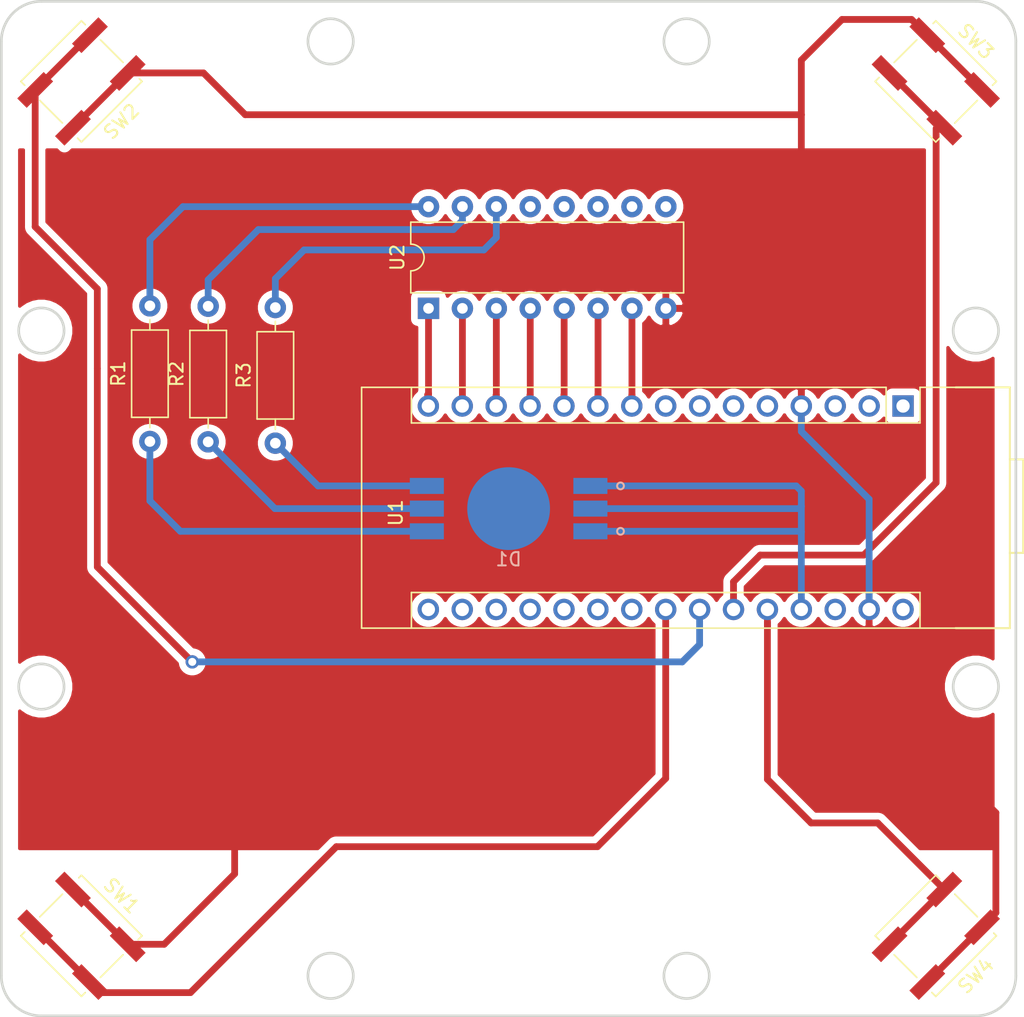
<source format=kicad_pcb>
(kicad_pcb (version 20171130) (host pcbnew "(5.1.6)-1")

  (general
    (thickness 1.6)
    (drawings 18)
    (tracks 112)
    (zones 0)
    (modules 10)
    (nets 41)
  )

  (page A4)
  (layers
    (0 F.Cu signal)
    (31 B.Cu signal)
    (32 B.Adhes user)
    (33 F.Adhes user)
    (34 B.Paste user)
    (35 F.Paste user)
    (36 B.SilkS user)
    (37 F.SilkS user)
    (38 B.Mask user)
    (39 F.Mask user)
    (40 Dwgs.User user)
    (41 Cmts.User user)
    (42 Eco1.User user)
    (43 Eco2.User user)
    (44 Edge.Cuts user)
    (45 Margin user)
    (46 B.CrtYd user)
    (47 F.CrtYd user)
    (48 B.Fab user)
    (49 F.Fab user)
  )

  (setup
    (last_trace_width 0.508)
    (user_trace_width 0.381)
    (user_trace_width 0.508)
    (trace_clearance 0.2)
    (zone_clearance 0.508)
    (zone_45_only no)
    (trace_min 0.2)
    (via_size 0.8)
    (via_drill 0.4)
    (via_min_size 0.4)
    (via_min_drill 0.3)
    (user_via 1 0.6)
    (uvia_size 0.3)
    (uvia_drill 0.1)
    (uvias_allowed no)
    (uvia_min_size 0.2)
    (uvia_min_drill 0.1)
    (edge_width 0.05)
    (segment_width 0.2)
    (pcb_text_width 0.3)
    (pcb_text_size 1.5 1.5)
    (mod_edge_width 0.12)
    (mod_text_size 1 1)
    (mod_text_width 0.15)
    (pad_size 1.524 1.524)
    (pad_drill 0.762)
    (pad_to_mask_clearance 0.05)
    (aux_axis_origin 0 0)
    (visible_elements 7FF9FFFF)
    (pcbplotparams
      (layerselection 0x010fc_ffffffff)
      (usegerberextensions false)
      (usegerberattributes true)
      (usegerberadvancedattributes true)
      (creategerberjobfile true)
      (excludeedgelayer true)
      (linewidth 0.100000)
      (plotframeref false)
      (viasonmask false)
      (mode 1)
      (useauxorigin false)
      (hpglpennumber 1)
      (hpglpenspeed 20)
      (hpglpendiameter 15.000000)
      (psnegative false)
      (psa4output false)
      (plotreference true)
      (plotvalue true)
      (plotinvisibletext false)
      (padsonsilk false)
      (subtractmaskfromsilk false)
      (outputformat 1)
      (mirror false)
      (drillshape 1)
      (scaleselection 1)
      (outputdirectory ""))
  )

  (net 0 "")
  (net 1 "Net-(D1-Pad3)")
  (net 2 +5V)
  (net 3 "Net-(D1-Pad2)")
  (net 4 "Net-(D1-Pad1)")
  (net 5 "Net-(R1-Pad2)")
  (net 6 "Net-(R2-Pad2)")
  (net 7 "Net-(R3-Pad2)")
  (net 8 GND)
  (net 9 /BUTTON1)
  (net 10 /BUTTON2)
  (net 11 /BUTTON3)
  (net 12 /BUTTON4)
  (net 13 /LED_BLUE)
  (net 14 /LED_GREEN)
  (net 15 "Net-(U1-Pad30)")
  (net 16 /LED_RED)
  (net 17 "Net-(U1-Pad28)")
  (net 18 "Net-(U1-Pad8)")
  (net 19 "Net-(U1-Pad7)")
  (net 20 "Net-(U1-Pad22)")
  (net 21 "Net-(U1-Pad6)")
  (net 22 "Net-(U1-Pad21)")
  (net 23 "Net-(U1-Pad5)")
  (net 24 "Net-(U1-Pad20)")
  (net 25 "Net-(U1-Pad19)")
  (net 26 "Net-(U1-Pad3)")
  (net 27 "Net-(U1-Pad18)")
  (net 28 "Net-(U1-Pad2)")
  (net 29 "Net-(U1-Pad17)")
  (net 30 "Net-(U1-Pad1)")
  (net 31 "Net-(U2-Pad13)")
  (net 32 "Net-(U2-Pad12)")
  (net 33 "Net-(U2-Pad11)")
  (net 34 "Net-(U2-Pad10)")
  (net 35 "Net-(U2-Pad9)")
  (net 36 "Net-(U1-Pad16)")
  (net 37 /OUT1)
  (net 38 /OUT2)
  (net 39 /OUT3)
  (net 40 /OUT4)

  (net_class Default "This is the default net class."
    (clearance 0.2)
    (trace_width 0.25)
    (via_dia 0.8)
    (via_drill 0.4)
    (uvia_dia 0.3)
    (uvia_drill 0.1)
    (add_net +5V)
    (add_net /BUTTON1)
    (add_net /BUTTON2)
    (add_net /BUTTON3)
    (add_net /BUTTON4)
    (add_net /LED_BLUE)
    (add_net /LED_GREEN)
    (add_net /LED_RED)
    (add_net /OUT1)
    (add_net /OUT2)
    (add_net /OUT3)
    (add_net /OUT4)
    (add_net GND)
    (add_net "Net-(D1-Pad1)")
    (add_net "Net-(D1-Pad2)")
    (add_net "Net-(D1-Pad3)")
    (add_net "Net-(R1-Pad2)")
    (add_net "Net-(R2-Pad2)")
    (add_net "Net-(R3-Pad2)")
    (add_net "Net-(U1-Pad1)")
    (add_net "Net-(U1-Pad16)")
    (add_net "Net-(U1-Pad17)")
    (add_net "Net-(U1-Pad18)")
    (add_net "Net-(U1-Pad19)")
    (add_net "Net-(U1-Pad2)")
    (add_net "Net-(U1-Pad20)")
    (add_net "Net-(U1-Pad21)")
    (add_net "Net-(U1-Pad22)")
    (add_net "Net-(U1-Pad28)")
    (add_net "Net-(U1-Pad3)")
    (add_net "Net-(U1-Pad30)")
    (add_net "Net-(U1-Pad5)")
    (add_net "Net-(U1-Pad6)")
    (add_net "Net-(U1-Pad7)")
    (add_net "Net-(U1-Pad8)")
    (add_net "Net-(U2-Pad10)")
    (add_net "Net-(U2-Pad11)")
    (add_net "Net-(U2-Pad12)")
    (add_net "Net-(U2-Pad13)")
    (add_net "Net-(U2-Pad9)")
  )

  (module bedlight-nucleo:Nucleo-32 (layer F.Cu) (tedit 5F0F533F) (tstamp 5F14AA36)
    (at 193.548 104.648 270)
    (descr "Arduino Nano, http://www.mouser.com/pdfdocs/Gravitech_Arduino_Nano3_0.pdf")
    (tags "Arduino Nano")
    (path /5F0B8276)
    (fp_text reference U1 (at 8 38 90) (layer F.SilkS)
      (effects (font (size 1 1) (thickness 0.15)))
    )
    (fp_text value Nucleo-32 (at 8.89 19.05) (layer F.Fab)
      (effects (font (size 1 1) (thickness 0.15)))
    )
    (fp_line (start 11 -9) (end 4 -9) (layer F.SilkS) (width 0.15))
    (fp_line (start 11 -8) (end 11 -9) (layer F.SilkS) (width 0.15))
    (fp_line (start 4 -8) (end 4 -9) (layer F.SilkS) (width 0.15))
    (fp_line (start 16.75 42.16) (end -1.53 42.16) (layer F.CrtYd) (width 0.05))
    (fp_line (start 16.75 42.16) (end 16.75 -4.06) (layer F.CrtYd) (width 0.05))
    (fp_line (start -1.53 -4.06) (end -1.53 42.16) (layer F.CrtYd) (width 0.05))
    (fp_line (start -1.53 -4.06) (end 16.75 -4.06) (layer F.CrtYd) (width 0.05))
    (fp_line (start 16.51 -3.81) (end 16.51 39.37) (layer F.Fab) (width 0.1))
    (fp_line (start 0 -3.81) (end 16.51 -3.81) (layer F.Fab) (width 0.1))
    (fp_line (start -1.27 -2.54) (end 0 -3.81) (layer F.Fab) (width 0.1))
    (fp_line (start -1.27 39.37) (end -1.27 -2.54) (layer F.Fab) (width 0.1))
    (fp_line (start 16.51 39.37) (end -1.27 39.37) (layer F.Fab) (width 0.1))
    (fp_line (start 16.64 40.56) (end 16.64 -3.94) (layer F.SilkS) (width 0.12))
    (fp_line (start -1.4 40.56) (end 16.64 40.56) (layer F.SilkS) (width 0.12))
    (fp_line (start 1.27 36.83) (end -1.4 36.83) (layer F.SilkS) (width 0.12))
    (fp_line (start 1.27 1.27) (end 1.27 36.83) (layer F.SilkS) (width 0.12))
    (fp_line (start 1.27 1.27) (end -1.4 1.27) (layer F.SilkS) (width 0.12))
    (fp_line (start 13.97 36.83) (end 16.64 36.83) (layer F.SilkS) (width 0.12))
    (fp_line (start 13.97 -1.27) (end 13.97 36.83) (layer F.SilkS) (width 0.12))
    (fp_line (start 13.97 -1.27) (end 16.64 -1.27) (layer F.SilkS) (width 0.12))
    (fp_line (start -1.4 -3.94) (end -1.4 -1.27) (layer F.SilkS) (width 0.12))
    (fp_line (start -1.4 1.27) (end -1.4 40.56) (layer F.SilkS) (width 0.12))
    (fp_line (start 1.27 -1.27) (end -1.4 -1.27) (layer F.SilkS) (width 0.12))
    (fp_line (start 1.27 1.27) (end 1.27 -1.27) (layer F.SilkS) (width 0.12))
    (fp_line (start -1.4 -3.94) (end -1.4 -8) (layer F.SilkS) (width 0.15))
    (fp_line (start 16.64 -3.94) (end 16.64 -8) (layer F.SilkS) (width 0.15))
    (fp_line (start 16.64 -8) (end -1.4 -8) (layer F.SilkS) (width 0.15))
    (fp_text user %R (at 6.35 19.05) (layer F.Fab)
      (effects (font (size 1 1) (thickness 0.15)))
    )
    (pad 16 thru_hole oval (at 15.24 35.56 270) (size 1.6 1.6) (drill 1) (layers *.Cu *.Mask)
      (net 36 "Net-(U1-Pad16)"))
    (pad 15 thru_hole oval (at 0 35.56 270) (size 1.6 1.6) (drill 1) (layers *.Cu *.Mask)
      (net 13 /LED_BLUE))
    (pad 30 thru_hole oval (at 15.24 0 270) (size 1.6 1.6) (drill 1) (layers *.Cu *.Mask)
      (net 15 "Net-(U1-Pad30)"))
    (pad 14 thru_hole oval (at 0 33.02 270) (size 1.6 1.6) (drill 1) (layers *.Cu *.Mask)
      (net 14 /LED_GREEN))
    (pad 29 thru_hole oval (at 15.24 2.54 270) (size 1.6 1.6) (drill 1) (layers *.Cu *.Mask)
      (net 8 GND))
    (pad 13 thru_hole oval (at 0 30.48 270) (size 1.6 1.6) (drill 1) (layers *.Cu *.Mask)
      (net 16 /LED_RED))
    (pad 28 thru_hole oval (at 15.24 5.08 270) (size 1.6 1.6) (drill 1) (layers *.Cu *.Mask)
      (net 17 "Net-(U1-Pad28)"))
    (pad 12 thru_hole oval (at 0 27.94 270) (size 1.6 1.6) (drill 1) (layers *.Cu *.Mask)
      (net 37 /OUT1))
    (pad 27 thru_hole oval (at 15.24 7.62 270) (size 1.6 1.6) (drill 1) (layers *.Cu *.Mask)
      (net 2 +5V))
    (pad 11 thru_hole oval (at 0 25.4 270) (size 1.6 1.6) (drill 1) (layers *.Cu *.Mask)
      (net 38 /OUT2))
    (pad 26 thru_hole oval (at 15.24 10.16 270) (size 1.6 1.6) (drill 1) (layers *.Cu *.Mask)
      (net 12 /BUTTON4))
    (pad 10 thru_hole oval (at 0 22.86 270) (size 1.6 1.6) (drill 1) (layers *.Cu *.Mask)
      (net 39 /OUT3))
    (pad 25 thru_hole oval (at 15.24 12.7 270) (size 1.6 1.6) (drill 1) (layers *.Cu *.Mask)
      (net 11 /BUTTON3))
    (pad 9 thru_hole oval (at 0 20.32 270) (size 1.6 1.6) (drill 1) (layers *.Cu *.Mask)
      (net 40 /OUT4))
    (pad 24 thru_hole oval (at 15.24 15.24 270) (size 1.6 1.6) (drill 1) (layers *.Cu *.Mask)
      (net 10 /BUTTON2))
    (pad 8 thru_hole oval (at 0 17.78 270) (size 1.6 1.6) (drill 1) (layers *.Cu *.Mask)
      (net 18 "Net-(U1-Pad8)"))
    (pad 23 thru_hole oval (at 15.24 17.78 270) (size 1.6 1.6) (drill 1) (layers *.Cu *.Mask)
      (net 9 /BUTTON1))
    (pad 7 thru_hole oval (at 0 15.24 270) (size 1.6 1.6) (drill 1) (layers *.Cu *.Mask)
      (net 19 "Net-(U1-Pad7)"))
    (pad 22 thru_hole oval (at 15.24 20.32 270) (size 1.6 1.6) (drill 1) (layers *.Cu *.Mask)
      (net 20 "Net-(U1-Pad22)"))
    (pad 6 thru_hole oval (at 0 12.7 270) (size 1.6 1.6) (drill 1) (layers *.Cu *.Mask)
      (net 21 "Net-(U1-Pad6)"))
    (pad 21 thru_hole oval (at 15.24 22.86 270) (size 1.6 1.6) (drill 1) (layers *.Cu *.Mask)
      (net 22 "Net-(U1-Pad21)"))
    (pad 5 thru_hole oval (at 0 10.16 270) (size 1.6 1.6) (drill 1) (layers *.Cu *.Mask)
      (net 23 "Net-(U1-Pad5)"))
    (pad 20 thru_hole oval (at 15.24 25.4 270) (size 1.6 1.6) (drill 1) (layers *.Cu *.Mask)
      (net 24 "Net-(U1-Pad20)"))
    (pad 4 thru_hole oval (at 0 7.62 270) (size 1.6 1.6) (drill 1) (layers *.Cu *.Mask)
      (net 8 GND))
    (pad 19 thru_hole oval (at 15.24 27.94 270) (size 1.6 1.6) (drill 1) (layers *.Cu *.Mask)
      (net 25 "Net-(U1-Pad19)"))
    (pad 3 thru_hole oval (at 0 5.08 270) (size 1.6 1.6) (drill 1) (layers *.Cu *.Mask)
      (net 26 "Net-(U1-Pad3)"))
    (pad 18 thru_hole oval (at 15.24 30.48 270) (size 1.6 1.6) (drill 1) (layers *.Cu *.Mask)
      (net 27 "Net-(U1-Pad18)"))
    (pad 2 thru_hole oval (at 0 2.54 270) (size 1.6 1.6) (drill 1) (layers *.Cu *.Mask)
      (net 28 "Net-(U1-Pad2)"))
    (pad 17 thru_hole oval (at 15.24 33.02 270) (size 1.6 1.6) (drill 1) (layers *.Cu *.Mask)
      (net 29 "Net-(U1-Pad17)"))
    (pad 1 thru_hole rect (at 0 0 270) (size 1.6 1.6) (drill 1) (layers *.Cu *.Mask)
      (net 30 "Net-(U1-Pad1)"))
    (model ${KISYS3DMOD}/Module.3dshapes/Arduino_Nano_WithMountingHoles.wrl
      (at (xyz 0 0 0))
      (scale (xyz 1 1 1))
      (rotate (xyz 0 0 0))
    )
    (model C:/Users/hello/Documents/git/bedlight-stm32/3D_models/MB1180.step
      (offset (xyz -1.6 -41.4 4.5))
      (scale (xyz 1 1 1))
      (rotate (xyz 0 0 0))
    )
  )

  (module Package_DIP:DIP-16_W7.62mm (layer F.Cu) (tedit 5A02E8C5) (tstamp 5F0A70CE)
    (at 158 97.333334 90)
    (descr "16-lead though-hole mounted DIP package, row spacing 7.62 mm (300 mils)")
    (tags "THT DIP DIL PDIP 2.54mm 7.62mm 300mil")
    (path /5F0A1167)
    (fp_text reference U2 (at 3.81 -2.33 90) (layer F.SilkS)
      (effects (font (size 1 1) (thickness 0.15)))
    )
    (fp_text value ULN2003A (at 3.81 20.11 90) (layer F.Fab)
      (effects (font (size 1 1) (thickness 0.15)))
    )
    (fp_line (start 1.635 -1.27) (end 6.985 -1.27) (layer F.Fab) (width 0.1))
    (fp_line (start 6.985 -1.27) (end 6.985 19.05) (layer F.Fab) (width 0.1))
    (fp_line (start 6.985 19.05) (end 0.635 19.05) (layer F.Fab) (width 0.1))
    (fp_line (start 0.635 19.05) (end 0.635 -0.27) (layer F.Fab) (width 0.1))
    (fp_line (start 0.635 -0.27) (end 1.635 -1.27) (layer F.Fab) (width 0.1))
    (fp_line (start 2.81 -1.33) (end 1.16 -1.33) (layer F.SilkS) (width 0.12))
    (fp_line (start 1.16 -1.33) (end 1.16 19.11) (layer F.SilkS) (width 0.12))
    (fp_line (start 1.16 19.11) (end 6.46 19.11) (layer F.SilkS) (width 0.12))
    (fp_line (start 6.46 19.11) (end 6.46 -1.33) (layer F.SilkS) (width 0.12))
    (fp_line (start 6.46 -1.33) (end 4.81 -1.33) (layer F.SilkS) (width 0.12))
    (fp_line (start -1.1 -1.55) (end -1.1 19.3) (layer F.CrtYd) (width 0.05))
    (fp_line (start -1.1 19.3) (end 8.7 19.3) (layer F.CrtYd) (width 0.05))
    (fp_line (start 8.7 19.3) (end 8.7 -1.55) (layer F.CrtYd) (width 0.05))
    (fp_line (start 8.7 -1.55) (end -1.1 -1.55) (layer F.CrtYd) (width 0.05))
    (fp_text user %R (at 3.81 8.89 90) (layer F.Fab)
      (effects (font (size 1 1) (thickness 0.15)))
    )
    (fp_arc (start 3.81 -1.33) (end 2.81 -1.33) (angle -180) (layer F.SilkS) (width 0.12))
    (pad 16 thru_hole oval (at 7.62 0 90) (size 1.6 1.6) (drill 0.8) (layers *.Cu *.Mask)
      (net 5 "Net-(R1-Pad2)"))
    (pad 8 thru_hole oval (at 0 17.78 90) (size 1.6 1.6) (drill 0.8) (layers *.Cu *.Mask)
      (net 8 GND))
    (pad 15 thru_hole oval (at 7.62 2.54 90) (size 1.6 1.6) (drill 0.8) (layers *.Cu *.Mask)
      (net 6 "Net-(R2-Pad2)"))
    (pad 7 thru_hole oval (at 0 15.24 90) (size 1.6 1.6) (drill 0.8) (layers *.Cu *.Mask)
      (net 40 /OUT4))
    (pad 14 thru_hole oval (at 7.62 5.08 90) (size 1.6 1.6) (drill 0.8) (layers *.Cu *.Mask)
      (net 7 "Net-(R3-Pad2)"))
    (pad 6 thru_hole oval (at 0 12.7 90) (size 1.6 1.6) (drill 0.8) (layers *.Cu *.Mask)
      (net 39 /OUT3))
    (pad 13 thru_hole oval (at 7.62 7.62 90) (size 1.6 1.6) (drill 0.8) (layers *.Cu *.Mask)
      (net 31 "Net-(U2-Pad13)"))
    (pad 5 thru_hole oval (at 0 10.16 90) (size 1.6 1.6) (drill 0.8) (layers *.Cu *.Mask)
      (net 38 /OUT2))
    (pad 12 thru_hole oval (at 7.62 10.16 90) (size 1.6 1.6) (drill 0.8) (layers *.Cu *.Mask)
      (net 32 "Net-(U2-Pad12)"))
    (pad 4 thru_hole oval (at 0 7.62 90) (size 1.6 1.6) (drill 0.8) (layers *.Cu *.Mask)
      (net 37 /OUT1))
    (pad 11 thru_hole oval (at 7.62 12.7 90) (size 1.6 1.6) (drill 0.8) (layers *.Cu *.Mask)
      (net 33 "Net-(U2-Pad11)"))
    (pad 3 thru_hole oval (at 0 5.08 90) (size 1.6 1.6) (drill 0.8) (layers *.Cu *.Mask)
      (net 16 /LED_RED))
    (pad 10 thru_hole oval (at 7.62 15.24 90) (size 1.6 1.6) (drill 0.8) (layers *.Cu *.Mask)
      (net 34 "Net-(U2-Pad10)"))
    (pad 2 thru_hole oval (at 0 2.54 90) (size 1.6 1.6) (drill 0.8) (layers *.Cu *.Mask)
      (net 14 /LED_GREEN))
    (pad 9 thru_hole oval (at 7.62 17.78 90) (size 1.6 1.6) (drill 0.8) (layers *.Cu *.Mask)
      (net 35 "Net-(U2-Pad9)"))
    (pad 1 thru_hole rect (at 0 0 90) (size 1.6 1.6) (drill 0.8) (layers *.Cu *.Mask)
      (net 13 /LED_BLUE))
    (model ${KISYS3DMOD}/Package_DIP.3dshapes/DIP-16_W7.62mm.wrl
      (at (xyz 0 0 0))
      (scale (xyz 1 1 1))
      (rotate (xyz 0 0 0))
    )
  )

  (module Button_Switch_SMD:SW_Push_1P1T_NO_CK_KSC6xxJ (layer F.Cu) (tedit 5C63FDBF) (tstamp 5F0A706D)
    (at 196 144.333334 45)
    (descr "CK components KSC6 tactile switch https://www.ckswitches.com/media/1972/ksc6.pdf")
    (tags "tactile switch ksc6")
    (path /5F0C3EA9)
    (attr smd)
    (fp_text reference SW4 (at 0 4.24 45) (layer F.SilkS)
      (effects (font (size 1 1) (thickness 0.15)))
    )
    (fp_text value SW_Push (at 0 -4.23 45) (layer F.Fab)
      (effects (font (size 1 1) (thickness 0.15)))
    )
    (fp_line (start -3.1 -3.1) (end 3.1 -3.1) (layer F.Fab) (width 0.1))
    (fp_line (start 3.1 -3.1) (end 3.1 3.1) (layer F.Fab) (width 0.1))
    (fp_line (start 3.1 3.1) (end -3.1 3.1) (layer F.Fab) (width 0.1))
    (fp_line (start -3.1 3.1) (end -3.1 -3.1) (layer F.Fab) (width 0.1))
    (fp_line (start -4.55 -3.35) (end 4.55 -3.35) (layer F.CrtYd) (width 0.05))
    (fp_line (start 4.55 -3.35) (end 4.55 3.35) (layer F.CrtYd) (width 0.05))
    (fp_line (start 4.55 3.35) (end -4.55 3.35) (layer F.CrtYd) (width 0.05))
    (fp_line (start -4.55 3.35) (end -4.55 -3.35) (layer F.CrtYd) (width 0.05))
    (fp_circle (center 0 0) (end 1.45 0) (layer F.Fab) (width 0.1))
    (fp_line (start -3.21 2.8) (end -3.21 3.21) (layer F.SilkS) (width 0.12))
    (fp_line (start -3.21 3.21) (end 3.21 3.21) (layer F.SilkS) (width 0.12))
    (fp_line (start 3.21 3.21) (end 3.21 2.93) (layer F.SilkS) (width 0.12))
    (fp_line (start 3.21 1.2) (end 3.21 -1.2) (layer F.SilkS) (width 0.12))
    (fp_line (start 3.21 -2.8) (end 3.21 -3.21) (layer F.SilkS) (width 0.12))
    (fp_line (start 3.21 -3.21) (end -3.21 -3.21) (layer F.SilkS) (width 0.12))
    (fp_line (start -3.21 -3.21) (end -3.21 -2.8) (layer F.SilkS) (width 0.12))
    (fp_line (start -3.21 -1.2) (end -3.21 1.2) (layer F.SilkS) (width 0.12))
    (fp_text user %R (at 0 0 45) (layer F.Fab)
      (effects (font (size 1 1) (thickness 0.15)))
    )
    (pad 2 smd rect (at 2.9 2 45) (size 2.8 1) (layers F.Cu F.Paste F.Mask)
      (net 8 GND))
    (pad 2 smd rect (at -2.9 2 45) (size 2.8 1) (layers F.Cu F.Paste F.Mask)
      (net 8 GND))
    (pad 1 smd rect (at 2.9 -2 45) (size 2.8 1) (layers F.Cu F.Paste F.Mask)
      (net 12 /BUTTON4))
    (pad 1 smd rect (at -2.9 -2 45) (size 2.8 1) (layers F.Cu F.Paste F.Mask)
      (net 12 /BUTTON4))
    (model ${KISYS3DMOD}/Button_Switch_SMD.3dshapes/SW_push_1P1T_NO_CK_KSC6xxJxxx.wrl
      (at (xyz 0 0 0))
      (scale (xyz 1 1 1))
      (rotate (xyz 0 0 0))
    )
  )

  (module Button_Switch_SMD:SW_Push_1P1T_NO_CK_KSC6xxJ (layer F.Cu) (tedit 5C63FDBF) (tstamp 5F0A7053)
    (at 196 80.333334 135)
    (descr "CK components KSC6 tactile switch https://www.ckswitches.com/media/1972/ksc6.pdf")
    (tags "tactile switch ksc6")
    (path /5F0C3B3F)
    (attr smd)
    (fp_text reference SW3 (at 0 4.24 135) (layer F.SilkS)
      (effects (font (size 1 1) (thickness 0.15)))
    )
    (fp_text value SW_Push (at 0 -4.23 135) (layer F.Fab)
      (effects (font (size 1 1) (thickness 0.15)))
    )
    (fp_line (start -3.1 -3.1) (end 3.1 -3.1) (layer F.Fab) (width 0.1))
    (fp_line (start 3.1 -3.1) (end 3.1 3.1) (layer F.Fab) (width 0.1))
    (fp_line (start 3.1 3.1) (end -3.1 3.1) (layer F.Fab) (width 0.1))
    (fp_line (start -3.1 3.1) (end -3.1 -3.1) (layer F.Fab) (width 0.1))
    (fp_line (start -4.55 -3.35) (end 4.55 -3.35) (layer F.CrtYd) (width 0.05))
    (fp_line (start 4.55 -3.35) (end 4.55 3.35) (layer F.CrtYd) (width 0.05))
    (fp_line (start 4.55 3.35) (end -4.55 3.35) (layer F.CrtYd) (width 0.05))
    (fp_line (start -4.55 3.35) (end -4.55 -3.35) (layer F.CrtYd) (width 0.05))
    (fp_circle (center 0 0) (end 1.45 0) (layer F.Fab) (width 0.1))
    (fp_line (start -3.21 2.8) (end -3.21 3.21) (layer F.SilkS) (width 0.12))
    (fp_line (start -3.21 3.21) (end 3.21 3.21) (layer F.SilkS) (width 0.12))
    (fp_line (start 3.21 3.21) (end 3.21 2.93) (layer F.SilkS) (width 0.12))
    (fp_line (start 3.21 1.2) (end 3.21 -1.2) (layer F.SilkS) (width 0.12))
    (fp_line (start 3.21 -2.8) (end 3.21 -3.21) (layer F.SilkS) (width 0.12))
    (fp_line (start 3.21 -3.21) (end -3.21 -3.21) (layer F.SilkS) (width 0.12))
    (fp_line (start -3.21 -3.21) (end -3.21 -2.8) (layer F.SilkS) (width 0.12))
    (fp_line (start -3.21 -1.2) (end -3.21 1.2) (layer F.SilkS) (width 0.12))
    (fp_text user %R (at 0 0 135) (layer F.Fab)
      (effects (font (size 1 1) (thickness 0.15)))
    )
    (pad 2 smd rect (at 2.9 2 135) (size 2.8 1) (layers F.Cu F.Paste F.Mask)
      (net 8 GND))
    (pad 2 smd rect (at -2.9 2 135) (size 2.8 1) (layers F.Cu F.Paste F.Mask)
      (net 8 GND))
    (pad 1 smd rect (at 2.9 -2 135) (size 2.8 1) (layers F.Cu F.Paste F.Mask)
      (net 11 /BUTTON3))
    (pad 1 smd rect (at -2.9 -2 135) (size 2.8 1) (layers F.Cu F.Paste F.Mask)
      (net 11 /BUTTON3))
    (model ${KISYS3DMOD}/Button_Switch_SMD.3dshapes/SW_push_1P1T_NO_CK_KSC6xxJxxx.wrl
      (at (xyz 0 0 0))
      (scale (xyz 1 1 1))
      (rotate (xyz 0 0 0))
    )
  )

  (module Button_Switch_SMD:SW_Push_1P1T_NO_CK_KSC6xxJ (layer F.Cu) (tedit 5C63FDBF) (tstamp 5F0A7039)
    (at 132 80.333334 45)
    (descr "CK components KSC6 tactile switch https://www.ckswitches.com/media/1972/ksc6.pdf")
    (tags "tactile switch ksc6")
    (path /5F0C386D)
    (attr smd)
    (fp_text reference SW2 (at 0 4.24 45) (layer F.SilkS)
      (effects (font (size 1 1) (thickness 0.15)))
    )
    (fp_text value SW_Push (at 0 -4.23 45) (layer F.Fab)
      (effects (font (size 1 1) (thickness 0.15)))
    )
    (fp_line (start -3.1 -3.1) (end 3.1 -3.1) (layer F.Fab) (width 0.1))
    (fp_line (start 3.1 -3.1) (end 3.1 3.1) (layer F.Fab) (width 0.1))
    (fp_line (start 3.1 3.1) (end -3.1 3.1) (layer F.Fab) (width 0.1))
    (fp_line (start -3.1 3.1) (end -3.1 -3.1) (layer F.Fab) (width 0.1))
    (fp_line (start -4.55 -3.35) (end 4.55 -3.35) (layer F.CrtYd) (width 0.05))
    (fp_line (start 4.55 -3.35) (end 4.55 3.35) (layer F.CrtYd) (width 0.05))
    (fp_line (start 4.55 3.35) (end -4.55 3.35) (layer F.CrtYd) (width 0.05))
    (fp_line (start -4.55 3.35) (end -4.55 -3.35) (layer F.CrtYd) (width 0.05))
    (fp_circle (center 0 0) (end 1.45 0) (layer F.Fab) (width 0.1))
    (fp_line (start -3.21 2.8) (end -3.21 3.21) (layer F.SilkS) (width 0.12))
    (fp_line (start -3.21 3.21) (end 3.21 3.21) (layer F.SilkS) (width 0.12))
    (fp_line (start 3.21 3.21) (end 3.21 2.93) (layer F.SilkS) (width 0.12))
    (fp_line (start 3.21 1.2) (end 3.21 -1.2) (layer F.SilkS) (width 0.12))
    (fp_line (start 3.21 -2.8) (end 3.21 -3.21) (layer F.SilkS) (width 0.12))
    (fp_line (start 3.21 -3.21) (end -3.21 -3.21) (layer F.SilkS) (width 0.12))
    (fp_line (start -3.21 -3.21) (end -3.21 -2.8) (layer F.SilkS) (width 0.12))
    (fp_line (start -3.21 -1.2) (end -3.21 1.2) (layer F.SilkS) (width 0.12))
    (fp_text user %R (at 0 0 45) (layer F.Fab)
      (effects (font (size 1 1) (thickness 0.15)))
    )
    (pad 2 smd rect (at 2.9 2 45) (size 2.8 1) (layers F.Cu F.Paste F.Mask)
      (net 8 GND))
    (pad 2 smd rect (at -2.9 2 45) (size 2.8 1) (layers F.Cu F.Paste F.Mask)
      (net 8 GND))
    (pad 1 smd rect (at 2.9 -2 45) (size 2.8 1) (layers F.Cu F.Paste F.Mask)
      (net 10 /BUTTON2))
    (pad 1 smd rect (at -2.9 -2 45) (size 2.8 1) (layers F.Cu F.Paste F.Mask)
      (net 10 /BUTTON2))
    (model ${KISYS3DMOD}/Button_Switch_SMD.3dshapes/SW_push_1P1T_NO_CK_KSC6xxJxxx.wrl
      (at (xyz 0 0 0))
      (scale (xyz 1 1 1))
      (rotate (xyz 0 0 0))
    )
  )

  (module Button_Switch_SMD:SW_Push_1P1T_NO_CK_KSC6xxJ (layer F.Cu) (tedit 5C63FDBF) (tstamp 5F14ACC0)
    (at 132 144.333334 135)
    (descr "CK components KSC6 tactile switch https://www.ckswitches.com/media/1972/ksc6.pdf")
    (tags "tactile switch ksc6")
    (path /5F0C2799)
    (attr smd)
    (fp_text reference SW1 (at 0 4.24 135) (layer F.SilkS)
      (effects (font (size 1 1) (thickness 0.15)))
    )
    (fp_text value SW_Push (at 0 -4.23 135) (layer F.Fab)
      (effects (font (size 1 1) (thickness 0.15)))
    )
    (fp_line (start -3.1 -3.1) (end 3.1 -3.1) (layer F.Fab) (width 0.1))
    (fp_line (start 3.1 -3.1) (end 3.1 3.1) (layer F.Fab) (width 0.1))
    (fp_line (start 3.1 3.1) (end -3.1 3.1) (layer F.Fab) (width 0.1))
    (fp_line (start -3.1 3.1) (end -3.1 -3.1) (layer F.Fab) (width 0.1))
    (fp_line (start -4.55 -3.35) (end 4.55 -3.35) (layer F.CrtYd) (width 0.05))
    (fp_line (start 4.55 -3.35) (end 4.55 3.35) (layer F.CrtYd) (width 0.05))
    (fp_line (start 4.55 3.35) (end -4.55 3.35) (layer F.CrtYd) (width 0.05))
    (fp_line (start -4.55 3.35) (end -4.55 -3.35) (layer F.CrtYd) (width 0.05))
    (fp_circle (center 0 0) (end 1.45 0) (layer F.Fab) (width 0.1))
    (fp_line (start -3.21 2.8) (end -3.21 3.21) (layer F.SilkS) (width 0.12))
    (fp_line (start -3.21 3.21) (end 3.21 3.21) (layer F.SilkS) (width 0.12))
    (fp_line (start 3.21 3.21) (end 3.21 2.93) (layer F.SilkS) (width 0.12))
    (fp_line (start 3.21 1.2) (end 3.21 -1.2) (layer F.SilkS) (width 0.12))
    (fp_line (start 3.21 -2.8) (end 3.21 -3.21) (layer F.SilkS) (width 0.12))
    (fp_line (start 3.21 -3.21) (end -3.21 -3.21) (layer F.SilkS) (width 0.12))
    (fp_line (start -3.21 -3.21) (end -3.21 -2.8) (layer F.SilkS) (width 0.12))
    (fp_line (start -3.21 -1.2) (end -3.21 1.2) (layer F.SilkS) (width 0.12))
    (fp_text user %R (at 0 0 135) (layer F.Fab)
      (effects (font (size 1 1) (thickness 0.15)))
    )
    (pad 2 smd rect (at 2.9 2 135) (size 2.8 1) (layers F.Cu F.Paste F.Mask)
      (net 8 GND))
    (pad 2 smd rect (at -2.9 2 135) (size 2.8 1) (layers F.Cu F.Paste F.Mask)
      (net 8 GND))
    (pad 1 smd rect (at 2.9 -2 135) (size 2.8 1) (layers F.Cu F.Paste F.Mask)
      (net 9 /BUTTON1))
    (pad 1 smd rect (at -2.9 -2 135) (size 2.8 1) (layers F.Cu F.Paste F.Mask)
      (net 9 /BUTTON1))
    (model ${KISYS3DMOD}/Button_Switch_SMD.3dshapes/SW_push_1P1T_NO_CK_KSC6xxJxxx.wrl
      (at (xyz 0 0 0))
      (scale (xyz 1 1 1))
      (rotate (xyz 0 0 0))
    )
  )

  (module Resistor_THT:R_Axial_DIN0207_L6.3mm_D2.5mm_P10.16mm_Horizontal (layer F.Cu) (tedit 5AE5139B) (tstamp 5F0A7005)
    (at 146.526 107.432334 90)
    (descr "Resistor, Axial_DIN0207 series, Axial, Horizontal, pin pitch=10.16mm, 0.25W = 1/4W, length*diameter=6.3*2.5mm^2, http://cdn-reichelt.de/documents/datenblatt/B400/1_4W%23YAG.pdf")
    (tags "Resistor Axial_DIN0207 series Axial Horizontal pin pitch 10.16mm 0.25W = 1/4W length 6.3mm diameter 2.5mm")
    (path /5F0AB6F6)
    (fp_text reference R3 (at 5.08 -2.37 90) (layer F.SilkS)
      (effects (font (size 1 1) (thickness 0.15)))
    )
    (fp_text value R (at 5.08 2.37 90) (layer F.Fab)
      (effects (font (size 1 1) (thickness 0.15)))
    )
    (fp_line (start 1.93 -1.25) (end 1.93 1.25) (layer F.Fab) (width 0.1))
    (fp_line (start 1.93 1.25) (end 8.23 1.25) (layer F.Fab) (width 0.1))
    (fp_line (start 8.23 1.25) (end 8.23 -1.25) (layer F.Fab) (width 0.1))
    (fp_line (start 8.23 -1.25) (end 1.93 -1.25) (layer F.Fab) (width 0.1))
    (fp_line (start 0 0) (end 1.93 0) (layer F.Fab) (width 0.1))
    (fp_line (start 10.16 0) (end 8.23 0) (layer F.Fab) (width 0.1))
    (fp_line (start 1.81 -1.37) (end 1.81 1.37) (layer F.SilkS) (width 0.12))
    (fp_line (start 1.81 1.37) (end 8.35 1.37) (layer F.SilkS) (width 0.12))
    (fp_line (start 8.35 1.37) (end 8.35 -1.37) (layer F.SilkS) (width 0.12))
    (fp_line (start 8.35 -1.37) (end 1.81 -1.37) (layer F.SilkS) (width 0.12))
    (fp_line (start 1.04 0) (end 1.81 0) (layer F.SilkS) (width 0.12))
    (fp_line (start 9.12 0) (end 8.35 0) (layer F.SilkS) (width 0.12))
    (fp_line (start -1.05 -1.5) (end -1.05 1.5) (layer F.CrtYd) (width 0.05))
    (fp_line (start -1.05 1.5) (end 11.21 1.5) (layer F.CrtYd) (width 0.05))
    (fp_line (start 11.21 1.5) (end 11.21 -1.5) (layer F.CrtYd) (width 0.05))
    (fp_line (start 11.21 -1.5) (end -1.05 -1.5) (layer F.CrtYd) (width 0.05))
    (fp_text user %R (at 5.08 0 90) (layer F.Fab)
      (effects (font (size 1 1) (thickness 0.15)))
    )
    (pad 2 thru_hole oval (at 10.16 0 90) (size 1.6 1.6) (drill 0.8) (layers *.Cu *.Mask)
      (net 7 "Net-(R3-Pad2)"))
    (pad 1 thru_hole circle (at 0 0 90) (size 1.6 1.6) (drill 0.8) (layers *.Cu *.Mask)
      (net 1 "Net-(D1-Pad3)"))
    (model ${KISYS3DMOD}/Resistor_THT.3dshapes/R_Axial_DIN0207_L6.3mm_D2.5mm_P10.16mm_Horizontal.wrl
      (at (xyz 0 0 0))
      (scale (xyz 1 1 1))
      (rotate (xyz 0 0 0))
    )
  )

  (module Resistor_THT:R_Axial_DIN0207_L6.3mm_D2.5mm_P10.16mm_Horizontal (layer F.Cu) (tedit 5AE5139B) (tstamp 5F0A6FEE)
    (at 141.494 107.333334 90)
    (descr "Resistor, Axial_DIN0207 series, Axial, Horizontal, pin pitch=10.16mm, 0.25W = 1/4W, length*diameter=6.3*2.5mm^2, http://cdn-reichelt.de/documents/datenblatt/B400/1_4W%23YAG.pdf")
    (tags "Resistor Axial_DIN0207 series Axial Horizontal pin pitch 10.16mm 0.25W = 1/4W length 6.3mm diameter 2.5mm")
    (path /5F0AB484)
    (fp_text reference R2 (at 5.08 -2.37 90) (layer F.SilkS)
      (effects (font (size 1 1) (thickness 0.15)))
    )
    (fp_text value R (at 5.08 2.37 90) (layer F.Fab)
      (effects (font (size 1 1) (thickness 0.15)))
    )
    (fp_line (start 1.93 -1.25) (end 1.93 1.25) (layer F.Fab) (width 0.1))
    (fp_line (start 1.93 1.25) (end 8.23 1.25) (layer F.Fab) (width 0.1))
    (fp_line (start 8.23 1.25) (end 8.23 -1.25) (layer F.Fab) (width 0.1))
    (fp_line (start 8.23 -1.25) (end 1.93 -1.25) (layer F.Fab) (width 0.1))
    (fp_line (start 0 0) (end 1.93 0) (layer F.Fab) (width 0.1))
    (fp_line (start 10.16 0) (end 8.23 0) (layer F.Fab) (width 0.1))
    (fp_line (start 1.81 -1.37) (end 1.81 1.37) (layer F.SilkS) (width 0.12))
    (fp_line (start 1.81 1.37) (end 8.35 1.37) (layer F.SilkS) (width 0.12))
    (fp_line (start 8.35 1.37) (end 8.35 -1.37) (layer F.SilkS) (width 0.12))
    (fp_line (start 8.35 -1.37) (end 1.81 -1.37) (layer F.SilkS) (width 0.12))
    (fp_line (start 1.04 0) (end 1.81 0) (layer F.SilkS) (width 0.12))
    (fp_line (start 9.12 0) (end 8.35 0) (layer F.SilkS) (width 0.12))
    (fp_line (start -1.05 -1.5) (end -1.05 1.5) (layer F.CrtYd) (width 0.05))
    (fp_line (start -1.05 1.5) (end 11.21 1.5) (layer F.CrtYd) (width 0.05))
    (fp_line (start 11.21 1.5) (end 11.21 -1.5) (layer F.CrtYd) (width 0.05))
    (fp_line (start 11.21 -1.5) (end -1.05 -1.5) (layer F.CrtYd) (width 0.05))
    (fp_text user %R (at 5.08 0 90) (layer F.Fab)
      (effects (font (size 1 1) (thickness 0.15)))
    )
    (pad 2 thru_hole oval (at 10.16 0 90) (size 1.6 1.6) (drill 0.8) (layers *.Cu *.Mask)
      (net 6 "Net-(R2-Pad2)"))
    (pad 1 thru_hole circle (at 0 0 90) (size 1.6 1.6) (drill 0.8) (layers *.Cu *.Mask)
      (net 3 "Net-(D1-Pad2)"))
    (model ${KISYS3DMOD}/Resistor_THT.3dshapes/R_Axial_DIN0207_L6.3mm_D2.5mm_P10.16mm_Horizontal.wrl
      (at (xyz 0 0 0))
      (scale (xyz 1 1 1))
      (rotate (xyz 0 0 0))
    )
  )

  (module Resistor_THT:R_Axial_DIN0207_L6.3mm_D2.5mm_P10.16mm_Horizontal (layer F.Cu) (tedit 5AE5139B) (tstamp 5F0FDD0D)
    (at 137.128 107.305334 90)
    (descr "Resistor, Axial_DIN0207 series, Axial, Horizontal, pin pitch=10.16mm, 0.25W = 1/4W, length*diameter=6.3*2.5mm^2, http://cdn-reichelt.de/documents/datenblatt/B400/1_4W%23YAG.pdf")
    (tags "Resistor Axial_DIN0207 series Axial Horizontal pin pitch 10.16mm 0.25W = 1/4W length 6.3mm diameter 2.5mm")
    (path /5F0AA279)
    (fp_text reference R1 (at 5.08 -2.37 90) (layer F.SilkS)
      (effects (font (size 1 1) (thickness 0.15)))
    )
    (fp_text value R (at 5.08 2.37 90) (layer F.Fab)
      (effects (font (size 1 1) (thickness 0.15)))
    )
    (fp_line (start 1.93 -1.25) (end 1.93 1.25) (layer F.Fab) (width 0.1))
    (fp_line (start 1.93 1.25) (end 8.23 1.25) (layer F.Fab) (width 0.1))
    (fp_line (start 8.23 1.25) (end 8.23 -1.25) (layer F.Fab) (width 0.1))
    (fp_line (start 8.23 -1.25) (end 1.93 -1.25) (layer F.Fab) (width 0.1))
    (fp_line (start 0 0) (end 1.93 0) (layer F.Fab) (width 0.1))
    (fp_line (start 10.16 0) (end 8.23 0) (layer F.Fab) (width 0.1))
    (fp_line (start 1.81 -1.37) (end 1.81 1.37) (layer F.SilkS) (width 0.12))
    (fp_line (start 1.81 1.37) (end 8.35 1.37) (layer F.SilkS) (width 0.12))
    (fp_line (start 8.35 1.37) (end 8.35 -1.37) (layer F.SilkS) (width 0.12))
    (fp_line (start 8.35 -1.37) (end 1.81 -1.37) (layer F.SilkS) (width 0.12))
    (fp_line (start 1.04 0) (end 1.81 0) (layer F.SilkS) (width 0.12))
    (fp_line (start 9.12 0) (end 8.35 0) (layer F.SilkS) (width 0.12))
    (fp_line (start -1.05 -1.5) (end -1.05 1.5) (layer F.CrtYd) (width 0.05))
    (fp_line (start -1.05 1.5) (end 11.21 1.5) (layer F.CrtYd) (width 0.05))
    (fp_line (start 11.21 1.5) (end 11.21 -1.5) (layer F.CrtYd) (width 0.05))
    (fp_line (start 11.21 -1.5) (end -1.05 -1.5) (layer F.CrtYd) (width 0.05))
    (fp_text user %R (at 5.08 0 90) (layer F.Fab)
      (effects (font (size 1 1) (thickness 0.15)))
    )
    (pad 2 thru_hole oval (at 10.16 0 90) (size 1.6 1.6) (drill 0.8) (layers *.Cu *.Mask)
      (net 5 "Net-(R1-Pad2)"))
    (pad 1 thru_hole circle (at 0 0 90) (size 1.6 1.6) (drill 0.8) (layers *.Cu *.Mask)
      (net 4 "Net-(D1-Pad1)"))
    (model ${KISYS3DMOD}/Resistor_THT.3dshapes/R_Axial_DIN0207_L6.3mm_D2.5mm_P10.16mm_Horizontal.wrl
      (at (xyz 0 0 0))
      (scale (xyz 1 1 1))
      (rotate (xyz 0 0 0))
    )
  )

  (module bedlight-nucleo:PM6B-3LFS (layer B.Cu) (tedit 5F0A0BE0) (tstamp 5F0FD787)
    (at 164 112.333334 90)
    (descr "RGB LED diode")
    (tags "LED RGB")
    (path /5F0CBD19)
    (attr smd)
    (fp_text reference D1 (at -3.8 0 180) (layer B.SilkS)
      (effects (font (size 1 1) (thickness 0.15)) (justify mirror))
    )
    (fp_text value PM6B-3LFS (at 0 0 90) (layer B.Fab)
      (effects (font (size 1 1) (thickness 0.15)) (justify mirror))
    )
    (fp_line (start -2.55 7.65) (end 2.55 7.65) (layer B.CrtYd) (width 0.05))
    (fp_line (start 2.55 7.65) (end 2.55 -7.65) (layer B.CrtYd) (width 0.05))
    (fp_line (start 2.55 -7.65) (end -2.55 -7.65) (layer B.CrtYd) (width 0.05))
    (fp_line (start -2.55 -7.65) (end -2.55 7.65) (layer B.CrtYd) (width 0.05))
    (fp_circle (center -1.7 8.382) (end -1.446 8.382) (layer B.SilkS) (width 0.15))
    (fp_circle (center 1.7 8.382) (end 1.954 8.382) (layer B.SilkS) (width 0.15))
    (pad 7 smd circle (at 0 0 90) (size 6.2 6.2) (layers B.Cu B.Paste B.Mask))
    (pad 3 smd rect (at 1.7 -6.125 90) (size 1.2 2.55) (layers B.Cu B.Paste B.Mask)
      (net 1 "Net-(D1-Pad3)"))
    (pad 4 smd rect (at 1.7 6.125 90) (size 1.2 2.55) (layers B.Cu B.Paste B.Mask)
      (net 2 +5V))
    (pad 2 smd rect (at 0 -6.125 90) (size 1.2 2.55) (layers B.Cu B.Paste B.Mask)
      (net 3 "Net-(D1-Pad2)"))
    (pad 5 smd rect (at 0 6.125 90) (size 1.2 2.55) (layers B.Cu B.Paste B.Mask)
      (net 2 +5V))
    (pad 1 smd rect (at -1.7 -6.125 90) (size 1.2 2.55) (layers B.Cu B.Paste B.Mask)
      (net 4 "Net-(D1-Pad1)"))
    (pad 6 smd rect (at -1.7 6.125 90) (size 1.2 2.55) (layers B.Cu B.Paste B.Mask)
      (net 2 +5V))
  )

  (gr_line (start 163 112.333334) (end 165 112.333334) (layer Dwgs.User) (width 0.15))
  (gr_line (start 164 111.333334) (end 164 113.333334) (layer Dwgs.User) (width 0.15))
  (gr_arc (start 129 147.333334) (end 126 147.333334) (angle -90) (layer Edge.Cuts) (width 0.2))
  (gr_circle (center 129 125.666667) (end 130.7 125.666667) (layer Edge.Cuts) (width 0.2))
  (gr_circle (center 150.666666 77.333334) (end 152.366666 77.333334) (layer Edge.Cuts) (width 0.2))
  (gr_arc (start 199 147.333334) (end 199 150.333334) (angle -90) (layer Edge.Cuts) (width 0.2))
  (gr_arc (start 129 77.333334) (end 129 74.333334) (angle -90) (layer Edge.Cuts) (width 0.2))
  (gr_line (start 129 74.333334) (end 199 74.333334) (layer Edge.Cuts) (width 0.2))
  (gr_line (start 199 150.333334) (end 129 150.333334) (layer Edge.Cuts) (width 0.2))
  (gr_circle (center 129 99) (end 130.7 99) (layer Edge.Cuts) (width 0.2))
  (gr_circle (center 177.333333 77.333334) (end 179.033333 77.333334) (layer Edge.Cuts) (width 0.2))
  (gr_line (start 126 147.333334) (end 126 77.333334) (layer Edge.Cuts) (width 0.2))
  (gr_line (start 202 77.333334) (end 202 147.333334) (layer Edge.Cuts) (width 0.2))
  (gr_circle (center 150.666666 147.333334) (end 152.366666 147.333334) (layer Edge.Cuts) (width 0.2))
  (gr_circle (center 177.333333 147.333334) (end 179.033333 147.333334) (layer Edge.Cuts) (width 0.2))
  (gr_circle (center 199 125.666667) (end 200.7 125.666667) (layer Edge.Cuts) (width 0.2))
  (gr_arc (start 199 77.333334) (end 202 77.333334) (angle -90) (layer Edge.Cuts) (width 0.2))
  (gr_circle (center 199 99) (end 200.7 99) (layer Edge.Cuts) (width 0.2))

  (segment (start 149.727 110.633334) (end 146.526 107.432334) (width 0.508) (layer B.Cu) (net 1))
  (segment (start 157.875 110.633334) (end 149.727 110.633334) (width 0.508) (layer B.Cu) (net 1))
  (segment (start 170.125 110.633334) (end 185.541 110.633334) (width 0.508) (layer B.Cu) (net 2))
  (segment (start 185.541 110.633334) (end 185.928 111.020334) (width 0.508) (layer B.Cu) (net 2))
  (segment (start 185.758 112.333334) (end 185.928 112.163334) (width 0.508) (layer B.Cu) (net 2))
  (segment (start 170.125 112.333334) (end 185.758 112.333334) (width 0.508) (layer B.Cu) (net 2))
  (segment (start 185.928 111.020334) (end 185.928 112.163334) (width 0.508) (layer B.Cu) (net 2))
  (segment (start 185.893 114.033334) (end 185.928 114.068334) (width 0.508) (layer B.Cu) (net 2))
  (segment (start 170.125 114.033334) (end 185.893 114.033334) (width 0.508) (layer B.Cu) (net 2))
  (segment (start 185.928 112.163334) (end 185.928 114.068334) (width 0.508) (layer B.Cu) (net 2))
  (segment (start 185.928 114.068334) (end 185.928 119.050063) (width 0.508) (layer B.Cu) (net 2))
  (segment (start 185.928 119.888) (end 185.928 119.050063) (width 0.508) (layer B.Cu) (net 2))
  (segment (start 146.494 112.333334) (end 141.494 107.333334) (width 0.508) (layer B.Cu) (net 3))
  (segment (start 157.875 112.333334) (end 146.494 112.333334) (width 0.508) (layer B.Cu) (net 3))
  (segment (start 157.875 114.033334) (end 139.411 114.033334) (width 0.508) (layer B.Cu) (net 4))
  (segment (start 137.128 111.750334) (end 137.128 107.305334) (width 0.508) (layer B.Cu) (net 4))
  (segment (start 139.411 114.033334) (end 137.128 111.750334) (width 0.508) (layer B.Cu) (net 4))
  (segment (start 137.128 97.145334) (end 137.128 92.192334) (width 0.508) (layer B.Cu) (net 5))
  (segment (start 139.607 89.713334) (end 158 89.713334) (width 0.508) (layer B.Cu) (net 5))
  (segment (start 137.128 92.192334) (end 139.607 89.713334) (width 0.508) (layer B.Cu) (net 5))
  (segment (start 141.494 97.173334) (end 141.494 95.192334) (width 0.508) (layer B.Cu) (net 6))
  (segment (start 141.494 95.192334) (end 145.256 91.430334) (width 0.508) (layer B.Cu) (net 6))
  (segment (start 145.256 91.430334) (end 159.861 91.430334) (width 0.508) (layer B.Cu) (net 6))
  (segment (start 160.54 90.751334) (end 160.54 89.713334) (width 0.508) (layer B.Cu) (net 6))
  (segment (start 159.861 91.430334) (end 160.54 90.751334) (width 0.508) (layer B.Cu) (net 6))
  (segment (start 146.526 97.272334) (end 146.526 95.113334) (width 0.508) (layer B.Cu) (net 7))
  (segment (start 146.526 95.113334) (end 148.685 92.954334) (width 0.508) (layer B.Cu) (net 7))
  (segment (start 148.685 92.954334) (end 162.147 92.954334) (width 0.508) (layer B.Cu) (net 7))
  (segment (start 163.08 92.021334) (end 163.08 89.713334) (width 0.508) (layer B.Cu) (net 7))
  (segment (start 162.147 92.954334) (end 163.08 92.021334) (width 0.508) (layer B.Cu) (net 7))
  (segment (start 175.78 97.333334) (end 185.772 97.333334) (width 0.508) (layer F.Cu) (net 8))
  (segment (start 185.772 97.333334) (end 185.928 97.177334) (width 0.508) (layer F.Cu) (net 8))
  (segment (start 185.928 97.177334) (end 185.928 103.810063) (width 0.508) (layer F.Cu) (net 8))
  (segment (start 135.464823 79.696938) (end 141.142604 79.696938) (width 0.508) (layer F.Cu) (net 8))
  (segment (start 141.142604 79.696938) (end 144.272 82.826334) (width 0.508) (layer F.Cu) (net 8))
  (segment (start 144.272 82.826334) (end 185.928 82.826334) (width 0.508) (layer F.Cu) (net 8))
  (segment (start 185.928 82.826334) (end 185.928 97.177334) (width 0.508) (layer F.Cu) (net 8))
  (segment (start 143.478 139.690334) (end 143.478 119.497334) (width 0.508) (layer F.Cu) (net 8))
  (segment (start 143.478 119.497334) (end 150.844 112.131334) (width 0.508) (layer F.Cu) (net 8))
  (segment (start 150.844 112.131334) (end 182.213 112.131334) (width 0.508) (layer F.Cu) (net 8))
  (segment (start 185.928 108.416334) (end 185.928 105.616766) (width 0.508) (layer F.Cu) (net 8))
  (segment (start 182.213 112.131334) (end 185.928 108.416334) (width 0.508) (layer F.Cu) (net 8))
  (segment (start 199.464823 143.696938) (end 199.464823 143.647511) (width 0.508) (layer F.Cu) (net 8))
  (segment (start 199.464823 143.647511) (end 200.501 142.611334) (width 0.508) (layer F.Cu) (net 8))
  (segment (start 200.501 142.611334) (end 200.501 135.118334) (width 0.508) (layer F.Cu) (net 8))
  (segment (start 191.008 125.625334) (end 191.008 120.856766) (width 0.508) (layer F.Cu) (net 8))
  (segment (start 200.501 135.118334) (end 191.008 125.625334) (width 0.508) (layer F.Cu) (net 8))
  (segment (start 135.464823 79.696938) (end 131.363604 83.798157) (width 0.508) (layer F.Cu) (net 8))
  (segment (start 194.187093 75.692) (end 195.363604 76.868511) (width 0.508) (layer F.Cu) (net 8))
  (segment (start 188.976 75.692) (end 194.187093 75.692) (width 0.508) (layer F.Cu) (net 8))
  (segment (start 185.928 82.826334) (end 185.928 78.74) (width 0.508) (layer F.Cu) (net 8))
  (segment (start 185.928 78.74) (end 188.976 75.692) (width 0.508) (layer F.Cu) (net 8))
  (segment (start 195.363604 76.868511) (end 199.464823 80.96973) (width 0.508) (layer F.Cu) (net 8))
  (segment (start 199.464823 143.696938) (end 195.363604 147.798157) (width 0.508) (layer F.Cu) (net 8))
  (segment (start 131.363604 140.868511) (end 135.464823 144.96973) (width 0.508) (layer F.Cu) (net 8))
  (segment (start 138.198604 144.96973) (end 143.478 139.690334) (width 0.508) (layer F.Cu) (net 8))
  (segment (start 135.464823 144.96973) (end 138.198604 144.96973) (width 0.508) (layer F.Cu) (net 8))
  (segment (start 185.928 106.553) (end 185.928 104.648) (width 0.508) (layer B.Cu) (net 8))
  (segment (start 191.008 111.633) (end 185.928 106.553) (width 0.508) (layer B.Cu) (net 8))
  (segment (start 191.008 119.888) (end 191.008 111.633) (width 0.508) (layer B.Cu) (net 8))
  (segment (start 128.535177 143.696938) (end 132.636396 147.798157) (width 0.508) (layer F.Cu) (net 9))
  (segment (start 132.636396 147.876396) (end 132.636396 147.798157) (width 0.508) (layer F.Cu) (net 9))
  (segment (start 133.35 148.59) (end 132.636396 147.876396) (width 0.508) (layer F.Cu) (net 9))
  (segment (start 170.656 137.658334) (end 151.098 137.658334) (width 0.508) (layer F.Cu) (net 9))
  (segment (start 175.768 119.888) (end 175.768 132.546334) (width 0.508) (layer F.Cu) (net 9))
  (segment (start 151.098 137.658334) (end 140.166334 148.59) (width 0.508) (layer F.Cu) (net 9))
  (segment (start 175.768 132.546334) (end 170.656 137.658334) (width 0.508) (layer F.Cu) (net 9))
  (segment (start 140.166334 148.59) (end 133.35 148.59) (width 0.508) (layer F.Cu) (net 9))
  (segment (start 128.535177 80.96973) (end 128.535177 91.219511) (width 0.508) (layer F.Cu) (net 10))
  (segment (start 128.535177 91.219511) (end 133.191 95.875334) (width 0.508) (layer F.Cu) (net 10))
  (segment (start 133.191 95.875334) (end 133.191 101.844334) (width 0.508) (layer F.Cu) (net 10))
  (segment (start 133.191 101.844334) (end 133.191 116.703334) (width 0.508) (layer F.Cu) (net 10))
  (segment (start 133.191 116.703334) (end 140.303 123.815334) (width 0.508) (layer F.Cu) (net 10))
  (via (at 140.303 123.815334) (size 1) (drill 0.6) (layers F.Cu B.Cu) (net 10))
  (segment (start 132.636396 76.868511) (end 128.535177 80.96973) (width 0.508) (layer F.Cu) (net 10))
  (segment (start 177.006 123.815334) (end 140.303 123.815334) (width 0.508) (layer B.Cu) (net 10))
  (segment (start 178.308 119.888) (end 178.308 122.513334) (width 0.508) (layer B.Cu) (net 10))
  (segment (start 178.308 122.513334) (end 177.006 123.815334) (width 0.508) (layer B.Cu) (net 10))
  (segment (start 192.535177 79.696938) (end 196.636396 83.798157) (width 0.508) (layer F.Cu) (net 11))
  (segment (start 196.025068 110.384266) (end 196.025068 83.856028) (width 0.508) (layer F.Cu) (net 11))
  (segment (start 190.595 115.814334) (end 196.025068 110.384266) (width 0.508) (layer F.Cu) (net 11))
  (segment (start 182.848 115.814334) (end 190.595 115.814334) (width 0.508) (layer F.Cu) (net 11))
  (segment (start 180.848 119.888) (end 180.848 117.814334) (width 0.508) (layer F.Cu) (net 11))
  (segment (start 180.848 117.814334) (end 182.848 115.814334) (width 0.508) (layer F.Cu) (net 11))
  (segment (start 196.636396 140.868511) (end 191.648219 135.880334) (width 0.508) (layer F.Cu) (net 12))
  (segment (start 191.648219 135.880334) (end 186.658 135.880334) (width 0.508) (layer F.Cu) (net 12))
  (segment (start 186.658 135.880334) (end 183.388 132.610334) (width 0.508) (layer F.Cu) (net 12))
  (segment (start 196.636396 140.868511) (end 192.535177 144.96973) (width 0.508) (layer F.Cu) (net 12))
  (segment (start 183.388 119.888) (end 183.388 121.158) (width 0.508) (layer F.Cu) (net 12))
  (segment (start 183.388 132.610334) (end 183.388 121.158) (width 0.508) (layer F.Cu) (net 12))
  (segment (start 183.388 121.158) (end 183.388 120.856766) (width 0.508) (layer F.Cu) (net 12))
  (segment (start 158 103.740849) (end 157.930786 103.810063) (width 0.508) (layer F.Cu) (net 13))
  (segment (start 158 97.333334) (end 158 103.740849) (width 0.508) (layer F.Cu) (net 13))
  (segment (start 158 104.636) (end 157.988 104.648) (width 0.508) (layer F.Cu) (net 13))
  (segment (start 158 103.740849) (end 158 104.636) (width 0.508) (layer F.Cu) (net 13))
  (segment (start 160.54 104.636) (end 160.528 104.648) (width 0.508) (layer F.Cu) (net 14))
  (segment (start 160.54 97.333334) (end 160.54 104.636) (width 0.508) (layer F.Cu) (net 14))
  (segment (start 163.08 97.333334) (end 163.08 103.810063) (width 0.508) (layer F.Cu) (net 16))
  (segment (start 163.068 103.822063) (end 163.08 103.810063) (width 0.508) (layer F.Cu) (net 16))
  (segment (start 163.068 104.648) (end 163.068 103.822063) (width 0.508) (layer F.Cu) (net 16))
  (segment (start 165.62 97.333334) (end 165.62 103.810063) (width 0.508) (layer F.Cu) (net 37))
  (segment (start 165.608 103.822063) (end 165.62 103.810063) (width 0.508) (layer F.Cu) (net 37))
  (segment (start 165.608 104.648) (end 165.608 103.822063) (width 0.508) (layer F.Cu) (net 37))
  (segment (start 168.16 97.333334) (end 168.16 103.810063) (width 0.508) (layer F.Cu) (net 38))
  (segment (start 168.148 103.822063) (end 168.16 103.810063) (width 0.508) (layer F.Cu) (net 38))
  (segment (start 168.148 104.648) (end 168.148 103.822063) (width 0.508) (layer F.Cu) (net 38))
  (segment (start 170.7 97.333334) (end 170.7 103.810063) (width 0.508) (layer F.Cu) (net 39))
  (segment (start 170.688 103.822063) (end 170.7 103.810063) (width 0.508) (layer F.Cu) (net 39))
  (segment (start 170.688 104.648) (end 170.688 103.822063) (width 0.508) (layer F.Cu) (net 39))
  (segment (start 173.24 97.333334) (end 173.24 103.810063) (width 0.508) (layer F.Cu) (net 40))
  (segment (start 173.228 103.822063) (end 173.24 103.810063) (width 0.508) (layer F.Cu) (net 40))
  (segment (start 173.228 104.648) (end 173.228 103.822063) (width 0.508) (layer F.Cu) (net 40))

  (zone (net 8) (net_name GND) (layer F.Cu) (tstamp 0) (hatch edge 0.508)
    (connect_pads (clearance 0.508))
    (min_thickness 0.254)
    (fill yes (arc_segments 32) (thermal_gap 0.508) (thermal_bridge_width 0.508))
    (polygon
      (pts
        (xy 200.406 137.922) (xy 127.254 137.922) (xy 127.254 85.344) (xy 200.406 85.344)
      )
    )
    (filled_polygon
      (pts
        (xy 197.102259 100.557436) (xy 197.442564 100.897741) (xy 197.842721 101.165117) (xy 198.287351 101.349289) (xy 198.759368 101.443179)
        (xy 199.240632 101.443179) (xy 199.712649 101.349289) (xy 200.157279 101.165117) (xy 200.279 101.083786) (xy 200.279 123.582881)
        (xy 200.157279 123.50155) (xy 199.712649 123.317378) (xy 199.240632 123.223488) (xy 198.759368 123.223488) (xy 198.287351 123.317378)
        (xy 197.842721 123.50155) (xy 197.442564 123.768926) (xy 197.102259 124.109231) (xy 196.834883 124.509388) (xy 196.650711 124.954018)
        (xy 196.556821 125.426035) (xy 196.556821 125.907299) (xy 196.650711 126.379316) (xy 196.834883 126.823946) (xy 197.102259 127.224103)
        (xy 197.442564 127.564408) (xy 197.842721 127.831784) (xy 198.287351 128.015956) (xy 198.759368 128.109846) (xy 199.240632 128.109846)
        (xy 199.712649 128.015956) (xy 200.157279 127.831784) (xy 200.279 127.750453) (xy 200.279 137.795) (xy 194.820121 137.795)
        (xy 192.307718 135.282598) (xy 192.279878 135.248675) (xy 192.14451 135.137581) (xy 191.99007 135.055031) (xy 191.822493 135.004198)
        (xy 191.691886 134.991334) (xy 191.691879 134.991334) (xy 191.648219 134.987034) (xy 191.604559 134.991334) (xy 187.026235 134.991334)
        (xy 184.277 132.242099) (xy 184.277 121.019849) (xy 184.302759 121.002637) (xy 184.502637 120.802759) (xy 184.658 120.570241)
        (xy 184.813363 120.802759) (xy 185.013241 121.002637) (xy 185.248273 121.15968) (xy 185.509426 121.267853) (xy 185.786665 121.323)
        (xy 186.069335 121.323) (xy 186.346574 121.267853) (xy 186.607727 121.15968) (xy 186.842759 121.002637) (xy 187.042637 120.802759)
        (xy 187.198 120.570241) (xy 187.353363 120.802759) (xy 187.553241 121.002637) (xy 187.788273 121.15968) (xy 188.049426 121.267853)
        (xy 188.326665 121.323) (xy 188.609335 121.323) (xy 188.886574 121.267853) (xy 189.147727 121.15968) (xy 189.382759 121.002637)
        (xy 189.582637 120.802759) (xy 189.73968 120.567727) (xy 189.744067 120.557135) (xy 189.855615 120.743131) (xy 190.044586 120.951519)
        (xy 190.27058 121.119037) (xy 190.524913 121.239246) (xy 190.658961 121.279904) (xy 190.881 121.157915) (xy 190.881 120.015)
        (xy 190.861 120.015) (xy 190.861 119.761) (xy 190.881 119.761) (xy 190.881 118.618085) (xy 191.135 118.618085)
        (xy 191.135 119.761) (xy 191.155 119.761) (xy 191.155 120.015) (xy 191.135 120.015) (xy 191.135 121.157915)
        (xy 191.357039 121.279904) (xy 191.491087 121.239246) (xy 191.74542 121.119037) (xy 191.971414 120.951519) (xy 192.160385 120.743131)
        (xy 192.271933 120.557135) (xy 192.27632 120.567727) (xy 192.433363 120.802759) (xy 192.633241 121.002637) (xy 192.868273 121.15968)
        (xy 193.129426 121.267853) (xy 193.406665 121.323) (xy 193.689335 121.323) (xy 193.966574 121.267853) (xy 194.227727 121.15968)
        (xy 194.462759 121.002637) (xy 194.662637 120.802759) (xy 194.81968 120.567727) (xy 194.927853 120.306574) (xy 194.983 120.029335)
        (xy 194.983 119.746665) (xy 194.927853 119.469426) (xy 194.81968 119.208273) (xy 194.662637 118.973241) (xy 194.462759 118.773363)
        (xy 194.227727 118.61632) (xy 193.966574 118.508147) (xy 193.689335 118.453) (xy 193.406665 118.453) (xy 193.129426 118.508147)
        (xy 192.868273 118.61632) (xy 192.633241 118.773363) (xy 192.433363 118.973241) (xy 192.27632 119.208273) (xy 192.271933 119.218865)
        (xy 192.160385 119.032869) (xy 191.971414 118.824481) (xy 191.74542 118.656963) (xy 191.491087 118.536754) (xy 191.357039 118.496096)
        (xy 191.135 118.618085) (xy 190.881 118.618085) (xy 190.658961 118.496096) (xy 190.524913 118.536754) (xy 190.27058 118.656963)
        (xy 190.044586 118.824481) (xy 189.855615 119.032869) (xy 189.744067 119.218865) (xy 189.73968 119.208273) (xy 189.582637 118.973241)
        (xy 189.382759 118.773363) (xy 189.147727 118.61632) (xy 188.886574 118.508147) (xy 188.609335 118.453) (xy 188.326665 118.453)
        (xy 188.049426 118.508147) (xy 187.788273 118.61632) (xy 187.553241 118.773363) (xy 187.353363 118.973241) (xy 187.198 119.205759)
        (xy 187.042637 118.973241) (xy 186.842759 118.773363) (xy 186.607727 118.61632) (xy 186.346574 118.508147) (xy 186.069335 118.453)
        (xy 185.786665 118.453) (xy 185.509426 118.508147) (xy 185.248273 118.61632) (xy 185.013241 118.773363) (xy 184.813363 118.973241)
        (xy 184.658 119.205759) (xy 184.502637 118.973241) (xy 184.302759 118.773363) (xy 184.067727 118.61632) (xy 183.806574 118.508147)
        (xy 183.529335 118.453) (xy 183.246665 118.453) (xy 182.969426 118.508147) (xy 182.708273 118.61632) (xy 182.473241 118.773363)
        (xy 182.273363 118.973241) (xy 182.118 119.205759) (xy 181.962637 118.973241) (xy 181.762759 118.773363) (xy 181.737 118.756151)
        (xy 181.737 118.182569) (xy 183.216236 116.703334) (xy 190.55134 116.703334) (xy 190.595 116.707634) (xy 190.63866 116.703334)
        (xy 190.638667 116.703334) (xy 190.769274 116.69047) (xy 190.936851 116.639637) (xy 191.091291 116.557087) (xy 191.226659 116.445993)
        (xy 191.254499 116.41207) (xy 196.62281 111.04376) (xy 196.656727 111.015925) (xy 196.767821 110.880557) (xy 196.850371 110.726117)
        (xy 196.901204 110.55854) (xy 196.914068 110.427933) (xy 196.914068 110.427926) (xy 196.918368 110.384266) (xy 196.914068 110.340606)
        (xy 196.914068 100.275788)
      )
    )
    (filled_polygon
      (pts
        (xy 127.646178 91.175841) (xy 127.641877 91.219511) (xy 127.659041 91.393785) (xy 127.709875 91.561363) (xy 127.792425 91.715802)
        (xy 127.903519 91.85117) (xy 127.937436 91.879005) (xy 132.302 96.24357) (xy 132.302001 101.800658) (xy 132.302 101.800668)
        (xy 132.302001 116.659664) (xy 132.2977 116.703334) (xy 132.314864 116.877608) (xy 132.365698 117.045186) (xy 132.379807 117.071581)
        (xy 132.448248 117.199625) (xy 132.559342 117.334993) (xy 132.593259 117.362828) (xy 139.170594 123.940164) (xy 139.211617 124.146401)
        (xy 139.297176 124.352958) (xy 139.421388 124.538854) (xy 139.57948 124.696946) (xy 139.765376 124.821158) (xy 139.971933 124.906717)
        (xy 140.191212 124.950334) (xy 140.414788 124.950334) (xy 140.634067 124.906717) (xy 140.840624 124.821158) (xy 141.02652 124.696946)
        (xy 141.184612 124.538854) (xy 141.308824 124.352958) (xy 141.394383 124.146401) (xy 141.438 123.927122) (xy 141.438 123.703546)
        (xy 141.394383 123.484267) (xy 141.308824 123.27771) (xy 141.184612 123.091814) (xy 141.02652 122.933722) (xy 140.840624 122.80951)
        (xy 140.634067 122.723951) (xy 140.42783 122.682928) (xy 134.08 116.335099) (xy 134.08 107.163999) (xy 135.693 107.163999)
        (xy 135.693 107.446669) (xy 135.748147 107.723908) (xy 135.85632 107.985061) (xy 136.013363 108.220093) (xy 136.213241 108.419971)
        (xy 136.448273 108.577014) (xy 136.709426 108.685187) (xy 136.986665 108.740334) (xy 137.269335 108.740334) (xy 137.546574 108.685187)
        (xy 137.807727 108.577014) (xy 138.042759 108.419971) (xy 138.242637 108.220093) (xy 138.39968 107.985061) (xy 138.507853 107.723908)
        (xy 138.563 107.446669) (xy 138.563 107.191999) (xy 140.059 107.191999) (xy 140.059 107.474669) (xy 140.114147 107.751908)
        (xy 140.22232 108.013061) (xy 140.379363 108.248093) (xy 140.579241 108.447971) (xy 140.814273 108.605014) (xy 141.075426 108.713187)
        (xy 141.352665 108.768334) (xy 141.635335 108.768334) (xy 141.912574 108.713187) (xy 142.173727 108.605014) (xy 142.408759 108.447971)
        (xy 142.608637 108.248093) (xy 142.76568 108.013061) (xy 142.873853 107.751908) (xy 142.929 107.474669) (xy 142.929 107.290999)
        (xy 145.091 107.290999) (xy 145.091 107.573669) (xy 145.146147 107.850908) (xy 145.25432 108.112061) (xy 145.411363 108.347093)
        (xy 145.611241 108.546971) (xy 145.846273 108.704014) (xy 146.107426 108.812187) (xy 146.384665 108.867334) (xy 146.667335 108.867334)
        (xy 146.944574 108.812187) (xy 147.205727 108.704014) (xy 147.440759 108.546971) (xy 147.640637 108.347093) (xy 147.79768 108.112061)
        (xy 147.905853 107.850908) (xy 147.961 107.573669) (xy 147.961 107.290999) (xy 147.905853 107.01376) (xy 147.79768 106.752607)
        (xy 147.640637 106.517575) (xy 147.440759 106.317697) (xy 147.205727 106.160654) (xy 146.944574 106.052481) (xy 146.667335 105.997334)
        (xy 146.384665 105.997334) (xy 146.107426 106.052481) (xy 145.846273 106.160654) (xy 145.611241 106.317697) (xy 145.411363 106.517575)
        (xy 145.25432 106.752607) (xy 145.146147 107.01376) (xy 145.091 107.290999) (xy 142.929 107.290999) (xy 142.929 107.191999)
        (xy 142.873853 106.91476) (xy 142.76568 106.653607) (xy 142.608637 106.418575) (xy 142.408759 106.218697) (xy 142.173727 106.061654)
        (xy 141.912574 105.953481) (xy 141.635335 105.898334) (xy 141.352665 105.898334) (xy 141.075426 105.953481) (xy 140.814273 106.061654)
        (xy 140.579241 106.218697) (xy 140.379363 106.418575) (xy 140.22232 106.653607) (xy 140.114147 106.91476) (xy 140.059 107.191999)
        (xy 138.563 107.191999) (xy 138.563 107.163999) (xy 138.507853 106.88676) (xy 138.39968 106.625607) (xy 138.242637 106.390575)
        (xy 138.042759 106.190697) (xy 137.807727 106.033654) (xy 137.546574 105.925481) (xy 137.269335 105.870334) (xy 136.986665 105.870334)
        (xy 136.709426 105.925481) (xy 136.448273 106.033654) (xy 136.213241 106.190697) (xy 136.013363 106.390575) (xy 135.85632 106.625607)
        (xy 135.748147 106.88676) (xy 135.693 107.163999) (xy 134.08 107.163999) (xy 134.08 104.506665) (xy 156.553 104.506665)
        (xy 156.553 104.789335) (xy 156.608147 105.066574) (xy 156.71632 105.327727) (xy 156.873363 105.562759) (xy 157.073241 105.762637)
        (xy 157.308273 105.91968) (xy 157.569426 106.027853) (xy 157.846665 106.083) (xy 158.129335 106.083) (xy 158.406574 106.027853)
        (xy 158.667727 105.91968) (xy 158.902759 105.762637) (xy 159.102637 105.562759) (xy 159.258 105.330241) (xy 159.413363 105.562759)
        (xy 159.613241 105.762637) (xy 159.848273 105.91968) (xy 160.109426 106.027853) (xy 160.386665 106.083) (xy 160.669335 106.083)
        (xy 160.946574 106.027853) (xy 161.207727 105.91968) (xy 161.442759 105.762637) (xy 161.642637 105.562759) (xy 161.798 105.330241)
        (xy 161.953363 105.562759) (xy 162.153241 105.762637) (xy 162.388273 105.91968) (xy 162.649426 106.027853) (xy 162.926665 106.083)
        (xy 163.209335 106.083) (xy 163.486574 106.027853) (xy 163.747727 105.91968) (xy 163.982759 105.762637) (xy 164.182637 105.562759)
        (xy 164.338 105.330241) (xy 164.493363 105.562759) (xy 164.693241 105.762637) (xy 164.928273 105.91968) (xy 165.189426 106.027853)
        (xy 165.466665 106.083) (xy 165.749335 106.083) (xy 166.026574 106.027853) (xy 166.287727 105.91968) (xy 166.522759 105.762637)
        (xy 166.722637 105.562759) (xy 166.878 105.330241) (xy 167.033363 105.562759) (xy 167.233241 105.762637) (xy 167.468273 105.91968)
        (xy 167.729426 106.027853) (xy 168.006665 106.083) (xy 168.289335 106.083) (xy 168.566574 106.027853) (xy 168.827727 105.91968)
        (xy 169.062759 105.762637) (xy 169.262637 105.562759) (xy 169.418 105.330241) (xy 169.573363 105.562759) (xy 169.773241 105.762637)
        (xy 170.008273 105.91968) (xy 170.269426 106.027853) (xy 170.546665 106.083) (xy 170.829335 106.083) (xy 171.106574 106.027853)
        (xy 171.367727 105.91968) (xy 171.602759 105.762637) (xy 171.802637 105.562759) (xy 171.958 105.330241) (xy 172.113363 105.562759)
        (xy 172.313241 105.762637) (xy 172.548273 105.91968) (xy 172.809426 106.027853) (xy 173.086665 106.083) (xy 173.369335 106.083)
        (xy 173.646574 106.027853) (xy 173.907727 105.91968) (xy 174.142759 105.762637) (xy 174.342637 105.562759) (xy 174.498 105.330241)
        (xy 174.653363 105.562759) (xy 174.853241 105.762637) (xy 175.088273 105.91968) (xy 175.349426 106.027853) (xy 175.626665 106.083)
        (xy 175.909335 106.083) (xy 176.186574 106.027853) (xy 176.447727 105.91968) (xy 176.682759 105.762637) (xy 176.882637 105.562759)
        (xy 177.038 105.330241) (xy 177.193363 105.562759) (xy 177.393241 105.762637) (xy 177.628273 105.91968) (xy 177.889426 106.027853)
        (xy 178.166665 106.083) (xy 178.449335 106.083) (xy 178.726574 106.027853) (xy 178.987727 105.91968) (xy 179.222759 105.762637)
        (xy 179.422637 105.562759) (xy 179.578 105.330241) (xy 179.733363 105.562759) (xy 179.933241 105.762637) (xy 180.168273 105.91968)
        (xy 180.429426 106.027853) (xy 180.706665 106.083) (xy 180.989335 106.083) (xy 181.266574 106.027853) (xy 181.527727 105.91968)
        (xy 181.762759 105.762637) (xy 181.962637 105.562759) (xy 182.118 105.330241) (xy 182.273363 105.562759) (xy 182.473241 105.762637)
        (xy 182.708273 105.91968) (xy 182.969426 106.027853) (xy 183.246665 106.083) (xy 183.529335 106.083) (xy 183.806574 106.027853)
        (xy 184.067727 105.91968) (xy 184.302759 105.762637) (xy 184.502637 105.562759) (xy 184.65968 105.327727) (xy 184.664067 105.317135)
        (xy 184.775615 105.503131) (xy 184.964586 105.711519) (xy 185.19058 105.879037) (xy 185.444913 105.999246) (xy 185.578961 106.039904)
        (xy 185.801 105.917915) (xy 185.801 104.775) (xy 185.781 104.775) (xy 185.781 104.521) (xy 185.801 104.521)
        (xy 185.801 103.378085) (xy 186.055 103.378085) (xy 186.055 104.521) (xy 186.075 104.521) (xy 186.075 104.775)
        (xy 186.055 104.775) (xy 186.055 105.917915) (xy 186.277039 106.039904) (xy 186.411087 105.999246) (xy 186.66542 105.879037)
        (xy 186.891414 105.711519) (xy 187.080385 105.503131) (xy 187.191933 105.317135) (xy 187.19632 105.327727) (xy 187.353363 105.562759)
        (xy 187.553241 105.762637) (xy 187.788273 105.91968) (xy 188.049426 106.027853) (xy 188.326665 106.083) (xy 188.609335 106.083)
        (xy 188.886574 106.027853) (xy 189.147727 105.91968) (xy 189.382759 105.762637) (xy 189.582637 105.562759) (xy 189.738 105.330241)
        (xy 189.893363 105.562759) (xy 190.093241 105.762637) (xy 190.328273 105.91968) (xy 190.589426 106.027853) (xy 190.866665 106.083)
        (xy 191.149335 106.083) (xy 191.426574 106.027853) (xy 191.687727 105.91968) (xy 191.922759 105.762637) (xy 192.121357 105.564039)
        (xy 192.122188 105.572482) (xy 192.158498 105.69218) (xy 192.217463 105.802494) (xy 192.296815 105.899185) (xy 192.393506 105.978537)
        (xy 192.50382 106.037502) (xy 192.623518 106.073812) (xy 192.748 106.086072) (xy 194.348 106.086072) (xy 194.472482 106.073812)
        (xy 194.59218 106.037502) (xy 194.702494 105.978537) (xy 194.799185 105.899185) (xy 194.878537 105.802494) (xy 194.937502 105.69218)
        (xy 194.973812 105.572482) (xy 194.986072 105.448) (xy 194.986072 103.848) (xy 194.973812 103.723518) (xy 194.937502 103.60382)
        (xy 194.878537 103.493506) (xy 194.799185 103.396815) (xy 194.702494 103.317463) (xy 194.59218 103.258498) (xy 194.472482 103.222188)
        (xy 194.348 103.209928) (xy 192.748 103.209928) (xy 192.623518 103.222188) (xy 192.50382 103.258498) (xy 192.393506 103.317463)
        (xy 192.296815 103.396815) (xy 192.217463 103.493506) (xy 192.158498 103.60382) (xy 192.122188 103.723518) (xy 192.121357 103.731961)
        (xy 191.922759 103.533363) (xy 191.687727 103.37632) (xy 191.426574 103.268147) (xy 191.149335 103.213) (xy 190.866665 103.213)
        (xy 190.589426 103.268147) (xy 190.328273 103.37632) (xy 190.093241 103.533363) (xy 189.893363 103.733241) (xy 189.738 103.965759)
        (xy 189.582637 103.733241) (xy 189.382759 103.533363) (xy 189.147727 103.37632) (xy 188.886574 103.268147) (xy 188.609335 103.213)
        (xy 188.326665 103.213) (xy 188.049426 103.268147) (xy 187.788273 103.37632) (xy 187.553241 103.533363) (xy 187.353363 103.733241)
        (xy 187.19632 103.968273) (xy 187.191933 103.978865) (xy 187.080385 103.792869) (xy 186.891414 103.584481) (xy 186.66542 103.416963)
        (xy 186.411087 103.296754) (xy 186.277039 103.256096) (xy 186.055 103.378085) (xy 185.801 103.378085) (xy 185.578961 103.256096)
        (xy 185.444913 103.296754) (xy 185.19058 103.416963) (xy 184.964586 103.584481) (xy 184.775615 103.792869) (xy 184.664067 103.978865)
        (xy 184.65968 103.968273) (xy 184.502637 103.733241) (xy 184.302759 103.533363) (xy 184.067727 103.37632) (xy 183.806574 103.268147)
        (xy 183.529335 103.213) (xy 183.246665 103.213) (xy 182.969426 103.268147) (xy 182.708273 103.37632) (xy 182.473241 103.533363)
        (xy 182.273363 103.733241) (xy 182.118 103.965759) (xy 181.962637 103.733241) (xy 181.762759 103.533363) (xy 181.527727 103.37632)
        (xy 181.266574 103.268147) (xy 180.989335 103.213) (xy 180.706665 103.213) (xy 180.429426 103.268147) (xy 180.168273 103.37632)
        (xy 179.933241 103.533363) (xy 179.733363 103.733241) (xy 179.578 103.965759) (xy 179.422637 103.733241) (xy 179.222759 103.533363)
        (xy 178.987727 103.37632) (xy 178.726574 103.268147) (xy 178.449335 103.213) (xy 178.166665 103.213) (xy 177.889426 103.268147)
        (xy 177.628273 103.37632) (xy 177.393241 103.533363) (xy 177.193363 103.733241) (xy 177.038 103.965759) (xy 176.882637 103.733241)
        (xy 176.682759 103.533363) (xy 176.447727 103.37632) (xy 176.186574 103.268147) (xy 175.909335 103.213) (xy 175.626665 103.213)
        (xy 175.349426 103.268147) (xy 175.088273 103.37632) (xy 174.853241 103.533363) (xy 174.653363 103.733241) (xy 174.498 103.965759)
        (xy 174.342637 103.733241) (xy 174.142759 103.533363) (xy 174.129 103.52417) (xy 174.129 98.465183) (xy 174.154759 98.447971)
        (xy 174.354637 98.248093) (xy 174.51168 98.013061) (xy 174.516067 98.002469) (xy 174.627615 98.188465) (xy 174.816586 98.396853)
        (xy 175.04258 98.564371) (xy 175.296913 98.68458) (xy 175.430961 98.725238) (xy 175.653 98.603249) (xy 175.653 97.460334)
        (xy 175.907 97.460334) (xy 175.907 98.603249) (xy 176.129039 98.725238) (xy 176.263087 98.68458) (xy 176.51742 98.564371)
        (xy 176.743414 98.396853) (xy 176.932385 98.188465) (xy 177.07707 97.947215) (xy 177.171909 97.682374) (xy 177.050624 97.460334)
        (xy 175.907 97.460334) (xy 175.653 97.460334) (xy 175.633 97.460334) (xy 175.633 97.206334) (xy 175.653 97.206334)
        (xy 175.653 96.063419) (xy 175.907 96.063419) (xy 175.907 97.206334) (xy 177.050624 97.206334) (xy 177.171909 96.984294)
        (xy 177.07707 96.719453) (xy 176.932385 96.478203) (xy 176.743414 96.269815) (xy 176.51742 96.102297) (xy 176.263087 95.982088)
        (xy 176.129039 95.94143) (xy 175.907 96.063419) (xy 175.653 96.063419) (xy 175.430961 95.94143) (xy 175.296913 95.982088)
        (xy 175.04258 96.102297) (xy 174.816586 96.269815) (xy 174.627615 96.478203) (xy 174.516067 96.664199) (xy 174.51168 96.653607)
        (xy 174.354637 96.418575) (xy 174.154759 96.218697) (xy 173.919727 96.061654) (xy 173.658574 95.953481) (xy 173.381335 95.898334)
        (xy 173.098665 95.898334) (xy 172.821426 95.953481) (xy 172.560273 96.061654) (xy 172.325241 96.218697) (xy 172.125363 96.418575)
        (xy 171.97 96.651093) (xy 171.814637 96.418575) (xy 171.614759 96.218697) (xy 171.379727 96.061654) (xy 171.118574 95.953481)
        (xy 170.841335 95.898334) (xy 170.558665 95.898334) (xy 170.281426 95.953481) (xy 170.020273 96.061654) (xy 169.785241 96.218697)
        (xy 169.585363 96.418575) (xy 169.43 96.651093) (xy 169.274637 96.418575) (xy 169.074759 96.218697) (xy 168.839727 96.061654)
        (xy 168.578574 95.953481) (xy 168.301335 95.898334) (xy 168.018665 95.898334) (xy 167.741426 95.953481) (xy 167.480273 96.061654)
        (xy 167.245241 96.218697) (xy 167.045363 96.418575) (xy 166.89 96.651093) (xy 166.734637 96.418575) (xy 166.534759 96.218697)
        (xy 166.299727 96.061654) (xy 166.038574 95.953481) (xy 165.761335 95.898334) (xy 165.478665 95.898334) (xy 165.201426 95.953481)
        (xy 164.940273 96.061654) (xy 164.705241 96.218697) (xy 164.505363 96.418575) (xy 164.35 96.651093) (xy 164.194637 96.418575)
        (xy 163.994759 96.218697) (xy 163.759727 96.061654) (xy 163.498574 95.953481) (xy 163.221335 95.898334) (xy 162.938665 95.898334)
        (xy 162.661426 95.953481) (xy 162.400273 96.061654) (xy 162.165241 96.218697) (xy 161.965363 96.418575) (xy 161.81 96.651093)
        (xy 161.654637 96.418575) (xy 161.454759 96.218697) (xy 161.219727 96.061654) (xy 160.958574 95.953481) (xy 160.681335 95.898334)
        (xy 160.398665 95.898334) (xy 160.121426 95.953481) (xy 159.860273 96.061654) (xy 159.625241 96.218697) (xy 159.426643 96.417295)
        (xy 159.425812 96.408852) (xy 159.389502 96.289154) (xy 159.330537 96.17884) (xy 159.251185 96.082149) (xy 159.154494 96.002797)
        (xy 159.04418 95.943832) (xy 158.924482 95.907522) (xy 158.8 95.895262) (xy 157.2 95.895262) (xy 157.075518 95.907522)
        (xy 156.95582 95.943832) (xy 156.845506 96.002797) (xy 156.748815 96.082149) (xy 156.669463 96.17884) (xy 156.610498 96.289154)
        (xy 156.574188 96.408852) (xy 156.561928 96.533334) (xy 156.561928 98.133334) (xy 156.574188 98.257816) (xy 156.610498 98.377514)
        (xy 156.669463 98.487828) (xy 156.748815 98.584519) (xy 156.845506 98.663871) (xy 156.95582 98.722836) (xy 157.075518 98.759146)
        (xy 157.111 98.762641) (xy 157.111001 103.45789) (xy 157.105484 103.468211) (xy 157.088893 103.522905) (xy 157.073241 103.533363)
        (xy 156.873363 103.733241) (xy 156.71632 103.968273) (xy 156.608147 104.229426) (xy 156.553 104.506665) (xy 134.08 104.506665)
        (xy 134.08 97.003999) (xy 135.693 97.003999) (xy 135.693 97.286669) (xy 135.748147 97.563908) (xy 135.85632 97.825061)
        (xy 136.013363 98.060093) (xy 136.213241 98.259971) (xy 136.448273 98.417014) (xy 136.709426 98.525187) (xy 136.986665 98.580334)
        (xy 137.269335 98.580334) (xy 137.546574 98.525187) (xy 137.807727 98.417014) (xy 138.042759 98.259971) (xy 138.242637 98.060093)
        (xy 138.39968 97.825061) (xy 138.507853 97.563908) (xy 138.563 97.286669) (xy 138.563 97.031999) (xy 140.059 97.031999)
        (xy 140.059 97.314669) (xy 140.114147 97.591908) (xy 140.22232 97.853061) (xy 140.379363 98.088093) (xy 140.579241 98.287971)
        (xy 140.814273 98.445014) (xy 141.075426 98.553187) (xy 141.352665 98.608334) (xy 141.635335 98.608334) (xy 141.912574 98.553187)
        (xy 142.173727 98.445014) (xy 142.408759 98.287971) (xy 142.608637 98.088093) (xy 142.76568 97.853061) (xy 142.873853 97.591908)
        (xy 142.929 97.314669) (xy 142.929 97.130999) (xy 145.091 97.130999) (xy 145.091 97.413669) (xy 145.146147 97.690908)
        (xy 145.25432 97.952061) (xy 145.411363 98.187093) (xy 145.611241 98.386971) (xy 145.846273 98.544014) (xy 146.107426 98.652187)
        (xy 146.384665 98.707334) (xy 146.667335 98.707334) (xy 146.944574 98.652187) (xy 147.205727 98.544014) (xy 147.440759 98.386971)
        (xy 147.640637 98.187093) (xy 147.79768 97.952061) (xy 147.905853 97.690908) (xy 147.961 97.413669) (xy 147.961 97.130999)
        (xy 147.905853 96.85376) (xy 147.79768 96.592607) (xy 147.640637 96.357575) (xy 147.440759 96.157697) (xy 147.205727 96.000654)
        (xy 146.944574 95.892481) (xy 146.667335 95.837334) (xy 146.384665 95.837334) (xy 146.107426 95.892481) (xy 145.846273 96.000654)
        (xy 145.611241 96.157697) (xy 145.411363 96.357575) (xy 145.25432 96.592607) (xy 145.146147 96.85376) (xy 145.091 97.130999)
        (xy 142.929 97.130999) (xy 142.929 97.031999) (xy 142.873853 96.75476) (xy 142.76568 96.493607) (xy 142.608637 96.258575)
        (xy 142.408759 96.058697) (xy 142.173727 95.901654) (xy 141.912574 95.793481) (xy 141.635335 95.738334) (xy 141.352665 95.738334)
        (xy 141.075426 95.793481) (xy 140.814273 95.901654) (xy 140.579241 96.058697) (xy 140.379363 96.258575) (xy 140.22232 96.493607)
        (xy 140.114147 96.75476) (xy 140.059 97.031999) (xy 138.563 97.031999) (xy 138.563 97.003999) (xy 138.507853 96.72676)
        (xy 138.39968 96.465607) (xy 138.242637 96.230575) (xy 138.042759 96.030697) (xy 137.807727 95.873654) (xy 137.546574 95.765481)
        (xy 137.269335 95.710334) (xy 136.986665 95.710334) (xy 136.709426 95.765481) (xy 136.448273 95.873654) (xy 136.213241 96.030697)
        (xy 136.013363 96.230575) (xy 135.85632 96.465607) (xy 135.748147 96.72676) (xy 135.693 97.003999) (xy 134.08 97.003999)
        (xy 134.08 95.918993) (xy 134.0843 95.875333) (xy 134.08 95.831673) (xy 134.08 95.831667) (xy 134.067136 95.70106)
        (xy 134.016303 95.533483) (xy 133.933753 95.379043) (xy 133.822659 95.243675) (xy 133.788743 95.215841) (xy 129.424177 90.851276)
        (xy 129.424177 89.571999) (xy 156.565 89.571999) (xy 156.565 89.854669) (xy 156.620147 90.131908) (xy 156.72832 90.393061)
        (xy 156.885363 90.628093) (xy 157.085241 90.827971) (xy 157.320273 90.985014) (xy 157.581426 91.093187) (xy 157.858665 91.148334)
        (xy 158.141335 91.148334) (xy 158.418574 91.093187) (xy 158.679727 90.985014) (xy 158.914759 90.827971) (xy 159.114637 90.628093)
        (xy 159.27 90.395575) (xy 159.425363 90.628093) (xy 159.625241 90.827971) (xy 159.860273 90.985014) (xy 160.121426 91.093187)
        (xy 160.398665 91.148334) (xy 160.681335 91.148334) (xy 160.958574 91.093187) (xy 161.219727 90.985014) (xy 161.454759 90.827971)
        (xy 161.654637 90.628093) (xy 161.81 90.395575) (xy 161.965363 90.628093) (xy 162.165241 90.827971) (xy 162.400273 90.985014)
        (xy 162.661426 91.093187) (xy 162.938665 91.148334) (xy 163.221335 91.148334) (xy 163.498574 91.093187) (xy 163.759727 90.985014)
        (xy 163.994759 90.827971) (xy 164.194637 90.628093) (xy 164.35 90.395575) (xy 164.505363 90.628093) (xy 164.705241 90.827971)
        (xy 164.940273 90.985014) (xy 165.201426 91.093187) (xy 165.478665 91.148334) (xy 165.761335 91.148334) (xy 166.038574 91.093187)
        (xy 166.299727 90.985014) (xy 166.534759 90.827971) (xy 166.734637 90.628093) (xy 166.89 90.395575) (xy 167.045363 90.628093)
        (xy 167.245241 90.827971) (xy 167.480273 90.985014) (xy 167.741426 91.093187) (xy 168.018665 91.148334) (xy 168.301335 91.148334)
        (xy 168.578574 91.093187) (xy 168.839727 90.985014) (xy 169.074759 90.827971) (xy 169.274637 90.628093) (xy 169.43 90.395575)
        (xy 169.585363 90.628093) (xy 169.785241 90.827971) (xy 170.020273 90.985014) (xy 170.281426 91.093187) (xy 170.558665 91.148334)
        (xy 170.841335 91.148334) (xy 171.118574 91.093187) (xy 171.379727 90.985014) (xy 171.614759 90.827971) (xy 171.814637 90.628093)
        (xy 171.97 90.395575) (xy 172.125363 90.628093) (xy 172.325241 90.827971) (xy 172.560273 90.985014) (xy 172.821426 91.093187)
        (xy 173.098665 91.148334) (xy 173.381335 91.148334) (xy 173.658574 91.093187) (xy 173.919727 90.985014) (xy 174.154759 90.827971)
        (xy 174.354637 90.628093) (xy 174.51 90.395575) (xy 174.665363 90.628093) (xy 174.865241 90.827971) (xy 175.100273 90.985014)
        (xy 175.361426 91.093187) (xy 175.638665 91.148334) (xy 175.921335 91.148334) (xy 176.198574 91.093187) (xy 176.459727 90.985014)
        (xy 176.694759 90.827971) (xy 176.894637 90.628093) (xy 177.05168 90.393061) (xy 177.159853 90.131908) (xy 177.215 89.854669)
        (xy 177.215 89.571999) (xy 177.159853 89.29476) (xy 177.05168 89.033607) (xy 176.894637 88.798575) (xy 176.694759 88.598697)
        (xy 176.459727 88.441654) (xy 176.198574 88.333481) (xy 175.921335 88.278334) (xy 175.638665 88.278334) (xy 175.361426 88.333481)
        (xy 175.100273 88.441654) (xy 174.865241 88.598697) (xy 174.665363 88.798575) (xy 174.51 89.031093) (xy 174.354637 88.798575)
        (xy 174.154759 88.598697) (xy 173.919727 88.441654) (xy 173.658574 88.333481) (xy 173.381335 88.278334) (xy 173.098665 88.278334)
        (xy 172.821426 88.333481) (xy 172.560273 88.441654) (xy 172.325241 88.598697) (xy 172.125363 88.798575) (xy 171.97 89.031093)
        (xy 171.814637 88.798575) (xy 171.614759 88.598697) (xy 171.379727 88.441654) (xy 171.118574 88.333481) (xy 170.841335 88.278334)
        (xy 170.558665 88.278334) (xy 170.281426 88.333481) (xy 170.020273 88.441654) (xy 169.785241 88.598697) (xy 169.585363 88.798575)
        (xy 169.43 89.031093) (xy 169.274637 88.798575) (xy 169.074759 88.598697) (xy 168.839727 88.441654) (xy 168.578574 88.333481)
        (xy 168.301335 88.278334) (xy 168.018665 88.278334) (xy 167.741426 88.333481) (xy 167.480273 88.441654) (xy 167.245241 88.598697)
        (xy 167.045363 88.798575) (xy 166.89 89.031093) (xy 166.734637 88.798575) (xy 166.534759 88.598697) (xy 166.299727 88.441654)
        (xy 166.038574 88.333481) (xy 165.761335 88.278334) (xy 165.478665 88.278334) (xy 165.201426 88.333481) (xy 164.940273 88.441654)
        (xy 164.705241 88.598697) (xy 164.505363 88.798575) (xy 164.35 89.031093) (xy 164.194637 88.798575) (xy 163.994759 88.598697)
        (xy 163.759727 88.441654) (xy 163.498574 88.333481) (xy 163.221335 88.278334) (xy 162.938665 88.278334) (xy 162.661426 88.333481)
        (xy 162.400273 88.441654) (xy 162.165241 88.598697) (xy 161.965363 88.798575) (xy 161.81 89.031093) (xy 161.654637 88.798575)
        (xy 161.454759 88.598697) (xy 161.219727 88.441654) (xy 160.958574 88.333481) (xy 160.681335 88.278334) (xy 160.398665 88.278334)
        (xy 160.121426 88.333481) (xy 159.860273 88.441654) (xy 159.625241 88.598697) (xy 159.425363 88.798575) (xy 159.27 89.031093)
        (xy 159.114637 88.798575) (xy 158.914759 88.598697) (xy 158.679727 88.441654) (xy 158.418574 88.333481) (xy 158.141335 88.278334)
        (xy 157.858665 88.278334) (xy 157.581426 88.333481) (xy 157.320273 88.441654) (xy 157.085241 88.598697) (xy 156.885363 88.798575)
        (xy 156.72832 89.033607) (xy 156.620147 89.29476) (xy 156.565 89.571999) (xy 129.424177 89.571999) (xy 129.424177 85.471)
        (xy 130.157622 85.471) (xy 130.276023 85.592845) (xy 130.372714 85.672198) (xy 130.483028 85.731162) (xy 130.602727 85.767471)
        (xy 130.727208 85.779732) (xy 130.851689 85.767471) (xy 130.971387 85.731162) (xy 131.081702 85.672198) (xy 131.178393 85.592845)
        (xy 131.299568 85.471) (xy 195.136068 85.471) (xy 195.136069 110.016029) (xy 190.226765 114.925334) (xy 182.891659 114.925334)
        (xy 182.847999 114.921034) (xy 182.804339 114.925334) (xy 182.804333 114.925334) (xy 182.706924 114.934928) (xy 182.673724 114.938198)
        (xy 182.572058 114.969038) (xy 182.506149 114.989031) (xy 182.351709 115.071581) (xy 182.216341 115.182675) (xy 182.188506 115.216592)
        (xy 180.250264 117.154835) (xy 180.216341 117.182675) (xy 180.105247 117.318044) (xy 180.022697 117.472484) (xy 179.971864 117.640061)
        (xy 179.959 117.770668) (xy 179.959 117.770674) (xy 179.9547 117.814334) (xy 179.959 117.857995) (xy 179.959001 118.756151)
        (xy 179.933241 118.773363) (xy 179.733363 118.973241) (xy 179.578 119.205759) (xy 179.422637 118.973241) (xy 179.222759 118.773363)
        (xy 178.987727 118.61632) (xy 178.726574 118.508147) (xy 178.449335 118.453) (xy 178.166665 118.453) (xy 177.889426 118.508147)
        (xy 177.628273 118.61632) (xy 177.393241 118.773363) (xy 177.193363 118.973241) (xy 177.038 119.205759) (xy 176.882637 118.973241)
        (xy 176.682759 118.773363) (xy 176.447727 118.61632) (xy 176.186574 118.508147) (xy 175.909335 118.453) (xy 175.626665 118.453)
        (xy 175.349426 118.508147) (xy 175.088273 118.61632) (xy 174.853241 118.773363) (xy 174.653363 118.973241) (xy 174.498 119.205759)
        (xy 174.342637 118.973241) (xy 174.142759 118.773363) (xy 173.907727 118.61632) (xy 173.646574 118.508147) (xy 173.369335 118.453)
        (xy 173.086665 118.453) (xy 172.809426 118.508147) (xy 172.548273 118.61632) (xy 172.313241 118.773363) (xy 172.113363 118.973241)
        (xy 171.958 119.205759) (xy 171.802637 118.973241) (xy 171.602759 118.773363) (xy 171.367727 118.61632) (xy 171.106574 118.508147)
        (xy 170.829335 118.453) (xy 170.546665 118.453) (xy 170.269426 118.508147) (xy 170.008273 118.61632) (xy 169.773241 118.773363)
        (xy 169.573363 118.973241) (xy 169.418 119.205759) (xy 169.262637 118.973241) (xy 169.062759 118.773363) (xy 168.827727 118.61632)
        (xy 168.566574 118.508147) (xy 168.289335 118.453) (xy 168.006665 118.453) (xy 167.729426 118.508147) (xy 167.468273 118.61632)
        (xy 167.233241 118.773363) (xy 167.033363 118.973241) (xy 166.878 119.205759) (xy 166.722637 118.973241) (xy 166.522759 118.773363)
        (xy 166.287727 118.61632) (xy 166.026574 118.508147) (xy 165.749335 118.453) (xy 165.466665 118.453) (xy 165.189426 118.508147)
        (xy 164.928273 118.61632) (xy 164.693241 118.773363) (xy 164.493363 118.973241) (xy 164.338 119.205759) (xy 164.182637 118.973241)
        (xy 163.982759 118.773363) (xy 163.747727 118.61632) (xy 163.486574 118.508147) (xy 163.209335 118.453) (xy 162.926665 118.453)
        (xy 162.649426 118.508147) (xy 162.388273 118.61632) (xy 162.153241 118.773363) (xy 161.953363 118.973241) (xy 161.798 119.205759)
        (xy 161.642637 118.973241) (xy 161.442759 118.773363) (xy 161.207727 118.61632) (xy 160.946574 118.508147) (xy 160.669335 118.453)
        (xy 160.386665 118.453) (xy 160.109426 118.508147) (xy 159.848273 118.61632) (xy 159.613241 118.773363) (xy 159.413363 118.973241)
        (xy 159.258 119.205759) (xy 159.102637 118.973241) (xy 158.902759 118.773363) (xy 158.667727 118.61632) (xy 158.406574 118.508147)
        (xy 158.129335 118.453) (xy 157.846665 118.453) (xy 157.569426 118.508147) (xy 157.308273 118.61632) (xy 157.073241 118.773363)
        (xy 156.873363 118.973241) (xy 156.71632 119.208273) (xy 156.608147 119.469426) (xy 156.553 119.746665) (xy 156.553 120.029335)
        (xy 156.608147 120.306574) (xy 156.71632 120.567727) (xy 156.873363 120.802759) (xy 157.073241 121.002637) (xy 157.308273 121.15968)
        (xy 157.569426 121.267853) (xy 157.846665 121.323) (xy 158.129335 121.323) (xy 158.406574 121.267853) (xy 158.667727 121.15968)
        (xy 158.902759 121.002637) (xy 159.102637 120.802759) (xy 159.258 120.570241) (xy 159.413363 120.802759) (xy 159.613241 121.002637)
        (xy 159.848273 121.15968) (xy 160.109426 121.267853) (xy 160.386665 121.323) (xy 160.669335 121.323) (xy 160.946574 121.267853)
        (xy 161.207727 121.15968) (xy 161.442759 121.002637) (xy 161.642637 120.802759) (xy 161.798 120.570241) (xy 161.953363 120.802759)
        (xy 162.153241 121.002637) (xy 162.388273 121.15968) (xy 162.649426 121.267853) (xy 162.926665 121.323) (xy 163.209335 121.323)
        (xy 163.486574 121.267853) (xy 163.747727 121.15968) (xy 163.982759 121.002637) (xy 164.182637 120.802759) (xy 164.338 120.570241)
        (xy 164.493363 120.802759) (xy 164.693241 121.002637) (xy 164.928273 121.15968) (xy 165.189426 121.267853) (xy 165.466665 121.323)
        (xy 165.749335 121.323) (xy 166.026574 121.267853) (xy 166.287727 121.15968) (xy 166.522759 121.002637) (xy 166.722637 120.802759)
        (xy 166.878 120.570241) (xy 167.033363 120.802759) (xy 167.233241 121.002637) (xy 167.468273 121.15968) (xy 167.729426 121.267853)
        (xy 168.006665 121.323) (xy 168.289335 121.323) (xy 168.566574 121.267853) (xy 168.827727 121.15968) (xy 169.062759 121.002637)
        (xy 169.262637 120.802759) (xy 169.418 120.570241) (xy 169.573363 120.802759) (xy 169.773241 121.002637) (xy 170.008273 121.15968)
        (xy 170.269426 121.267853) (xy 170.546665 121.323) (xy 170.829335 121.323) (xy 171.106574 121.267853) (xy 171.367727 121.15968)
        (xy 171.602759 121.002637) (xy 171.802637 120.802759) (xy 171.958 120.570241) (xy 172.113363 120.802759) (xy 172.313241 121.002637)
        (xy 172.548273 121.15968) (xy 172.809426 121.267853) (xy 173.086665 121.323) (xy 173.369335 121.323) (xy 173.646574 121.267853)
        (xy 173.907727 121.15968) (xy 174.142759 121.002637) (xy 174.342637 120.802759) (xy 174.498 120.570241) (xy 174.653363 120.802759)
        (xy 174.853241 121.002637) (xy 174.879001 121.019849) (xy 174.879 132.178098) (xy 170.287765 136.769334) (xy 151.141659 136.769334)
        (xy 151.097999 136.765034) (xy 151.054339 136.769334) (xy 151.054333 136.769334) (xy 150.956924 136.778928) (xy 150.923724 136.782198)
        (xy 150.822058 136.813038) (xy 150.756149 136.833031) (xy 150.601709 136.915581) (xy 150.466341 137.026675) (xy 150.438501 137.060598)
        (xy 149.704099 137.795) (xy 127.381 137.795) (xy 127.381 127.502844) (xy 127.442564 127.564408) (xy 127.842721 127.831784)
        (xy 128.287351 128.015956) (xy 128.759368 128.109846) (xy 129.240632 128.109846) (xy 129.712649 128.015956) (xy 130.157279 127.831784)
        (xy 130.557436 127.564408) (xy 130.897741 127.224103) (xy 131.165117 126.823946) (xy 131.349289 126.379316) (xy 131.443179 125.907299)
        (xy 131.443179 125.426035) (xy 131.349289 124.954018) (xy 131.165117 124.509388) (xy 130.897741 124.109231) (xy 130.557436 123.768926)
        (xy 130.157279 123.50155) (xy 129.712649 123.317378) (xy 129.240632 123.223488) (xy 128.759368 123.223488) (xy 128.287351 123.317378)
        (xy 127.842721 123.50155) (xy 127.442564 123.768926) (xy 127.381 123.83049) (xy 127.381 100.836177) (xy 127.442564 100.897741)
        (xy 127.842721 101.165117) (xy 128.287351 101.349289) (xy 128.759368 101.443179) (xy 129.240632 101.443179) (xy 129.712649 101.349289)
        (xy 130.157279 101.165117) (xy 130.557436 100.897741) (xy 130.897741 100.557436) (xy 131.165117 100.157279) (xy 131.349289 99.712649)
        (xy 131.443179 99.240632) (xy 131.443179 98.759368) (xy 131.349289 98.287351) (xy 131.165117 97.842721) (xy 130.897741 97.442564)
        (xy 130.557436 97.102259) (xy 130.157279 96.834883) (xy 129.712649 96.650711) (xy 129.240632 96.556821) (xy 128.759368 96.556821)
        (xy 128.287351 96.650711) (xy 127.842721 96.834883) (xy 127.442564 97.102259) (xy 127.381 97.163823) (xy 127.381 85.471)
        (xy 127.646177 85.471)
      )
    )
  )
)

</source>
